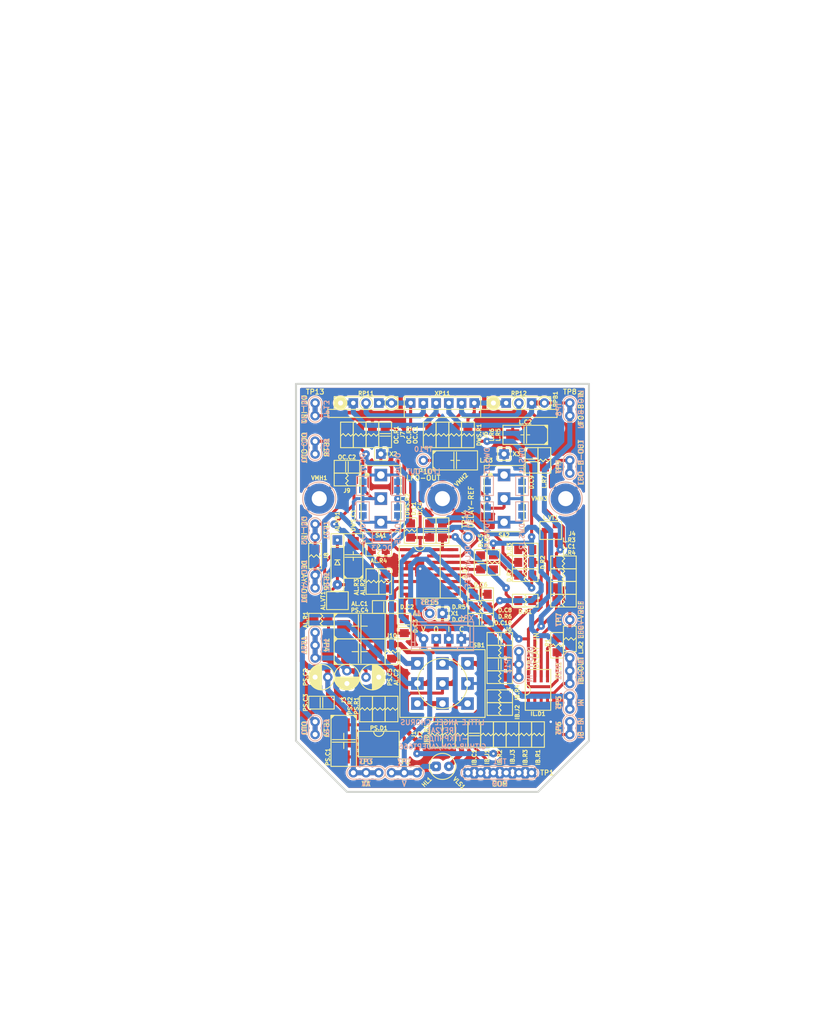
<source format=kicad_pcb>
(kicad_pcb (version 20171130) (host pcbnew 5.1.12-84ad8e8a86~92~ubuntu20.04.1)
  (title_block (title "Little Angel Chorus") (date 2023-08-26) (rev 2A) (company "Igor Ivanov") (comment 1 https://github.com/Adept666) (comment 2 "This project is licensed under GNU General Public License v3.0 or later"))
  (layers (0 F.Cu signal) (31 B.Cu signal) (36 B.SilkS user) (37 F.SilkS user) (38 B.Mask user) (39 F.Mask user) (44 Edge.Cuts user))
  (net 0 "")
  (net 1 COM)
  (net 2 "Net-(HL1-PadC)")
  (net 3 /LED)
  (net 4 V)
  (net 5 "Net-(SB1-PadNC1)")
  (net 6 /WS)
  (net 7 VA)
  (net 8 "Net-(AL.R2-Pad2)")
  (net 9 /AL)
  (net 10 /DELAY-REF)
  (net 11 "Net-(D.C2-Pad2)")
  (net 12 "Net-(D.C3-Pad2)")
  (net 13 "Net-(D.C4-Pad2)")
  (net 14 "Net-(D.C4-Pad1)")
  (net 15 "Net-(D.C5-Pad2)")
  (net 16 "Net-(D.C5-Pad1)")
  (net 17 "Net-(D.C6-Pad2)")
  (net 18 "Net-(D.C6-Pad1)")
  (net 19 "Net-(D.C7-Pad2)")
  (net 20 "Net-(D.C7-Pad1)")
  (net 21 "Net-(D.C8-Pad2)")
  (net 22 "Net-(D.C9-Pad1)")
  (net 23 /DELAY-IN)
  (net 24 "Net-(D.C10-Pad1)")
  (net 25 "Net-(D.D1-Pad5)")
  (net 26 /DELAY-OUT)
  (net 27 "Net-(DWS.C1-Pad-)")
  (net 28 "Net-(DWS.J1-Pad2)")
  (net 29 "Net-(DWS.J2-Pad2)")
  (net 30 "Net-(DWS.J3-Pad2)")
  (net 31 /DEPTH-IN)
  (net 32 "Net-(IB.C1-Pad2)")
  (net 33 /IB-IN)
  (net 34 "Net-(IB.J1-Pad2)")
  (net 35 "Net-(IB.J2-Pad2)")
  (net 36 VREF)
  (net 37 "Net-(IB.R2-Pad2)")
  (net 38 /IB-OUT)
  (net 39 /LFO-VREF)
  (net 40 /CIR-IN)
  (net 41 /IN)
  (net 42 /LFO-B-OUT)
  (net 43 /LFO-B-IN)
  (net 44 /LFO-OUT)
  (net 45 /OC-IN1)
  (net 46 /OC-IN2)
  (net 47 /CIR-OUT)
  (net 48 /OC-OUT)
  (net 49 /OUT)
  (net 50 "Net-(L.R5-Pad2)")
  (net 51 "Net-(OC.C1-Pad1)")
  (net 52 "Net-(OC.J1-Pad2)")
  (net 53 "Net-(OC.J1-Pad1)")
  (net 54 "Net-(OC.J2-Pad2)")
  (net 55 "Net-(IL.D1-Pad7)")
  (net 56 "Net-(IL.D1-Pad6)")
  (net 57 "Net-(DWS.R1-Pad2)")
  (net 58 "Net-(L.R6-Pad2)")
  (module KCL-TH-ML:VMH-STA-DA5 (layer F.Cu) (at 105.41 147.32)
    (fp_text reference VMH2 (at 2.54 -2.54 45) (layer F.SilkS) (effects (font (size 0.8 0.8) (thickness 0.2)) (justify left)))
    (fp_text value X)
    (pad 0 thru_hole circle (at 0 0) (size 6 6) (drill 3) (layers *.Cu *.Mask) (net 1 COM))
  )
  (module KCL-TH-ML:SW-MTS-102-A2-2.5 (layer F.Cu) (at 117.695 147.32)
    (fp_text reference SA2 (at 0 7.3025) (layer F.SilkS) (effects (font (size 0.8 0.8) (thickness 0.2))))
    (fp_text value X)
    (pad NC thru_hole rect (at 0 -4.7) (size 2.5 2.5) (drill 1.5) (layers *.Cu *.Mask) (net 28 "Net-(DWS.J1-Pad2)"))
    (pad COM thru_hole rect (at 0 0) (size 2.5 2.5) (drill 1.5) (layers *.Cu *.Mask) (net 27 "Net-(DWS.C1-Pad-)"))
    (pad NO thru_hole rect (at 0 4.7) (size 2.5 2.5) (drill 1.5) (layers *.Cu *.Mask) (net 29 "Net-(DWS.J2-Pad2)"))
  )
  (module KCL-TH-ML:SW-MTS-102-A2-2.5 (layer F.Cu) (at 93.125 147.32)
    (fp_text reference SA1 (at 0 7.3025) (layer F.SilkS) (effects (font (size 0.8 0.8) (thickness 0.2))))
    (fp_text value X)
    (pad NC thru_hole rect (at 0 -4.7) (size 2.5 2.5) (drill 1.5) (layers *.Cu *.Mask) (net 52 "Net-(OC.J1-Pad2)"))
    (pad COM thru_hole rect (at 0 0) (size 2.5 2.5) (drill 1.5) (layers *.Cu *.Mask) (net 53 "Net-(OC.J1-Pad1)"))
    (pad NO thru_hole rect (at 0 4.7) (size 2.5 2.5) (drill 1.5) (layers *.Cu *.Mask) (net 54 "Net-(OC.J2-Pad2)"))
  )
  (module KCL-VIRTUAL:VFM-1.0-3.0-SL (layer F.Cu) (at 128.27 196.85)
    (fp_text reference VFM3 hide)
    (fp_text value 1.0 hide)
    (pad "" smd circle (at 0 0) (size 1 1) (layers F.Cu F.Mask) (clearance 1.1))
  )
  (module KCL-VIRTUAL:VFM-1.0-3.0-SL (layer F.Cu) (at 128.27 133.35)
    (fp_text reference VFM2 hide)
    (fp_text value 1.0 hide)
    (pad "" smd circle (at 0 0) (size 1 1) (layers F.Cu F.Mask) (clearance 1.1))
  )
  (module KCL-VIRTUAL:VFM-1.0-3.0-SL (layer F.Cu) (at 82.55 133.35)
    (fp_text reference VFM1 hide)
    (fp_text value 1.0 hide)
    (pad "" smd circle (at 0 0) (size 1 1) (layers F.Cu F.Mask) (clearance 1.1))
  )
  (module SBKCL-TH-ML:RPB-1590N1-18-2x17-OR-2x1x17-1.6-PNL-7.4-2.8 (layer F.Cu) (at 105.41 117.04)
    (fp_text reference RPB1 (at 22.5425 12.1825 90) (layer F.SilkS) (effects (font (size 0.8 0.8) (thickness 0.2)) (justify left)))
    (fp_text value B50K-B50K)
    (fp_text user XP11 (at 0 9.325) (layer F.SilkS) (effects (font (size 0.8 0.8) (thickness 0.2))))
    (fp_text user RP11 (at -15.24 9.325) (layer F.SilkS) (effects (font (size 0.8 0.8) (thickness 0.2))))
    (fp_text user RP12 (at 15.24 9.325) (layer F.SilkS) (effects (font (size 0.8 0.8) (thickness 0.2))))
    (pad NC4 thru_hole rect (at 17.78 11.23) (size 1.9 1.9) (drill 0.9) (layers *.Cu *.Mask) (net 43 /LFO-B-IN))
    (pad NC3 thru_hole rect (at 12.7 11.23) (size 1.9 1.9) (drill 0.9) (layers *.Cu *.Mask) (net 50 "Net-(L.R5-Pad2)"))
    (pad NC2 thru_hole rect (at -12.7 11.23) (size 1.9 1.9) (drill 0.9) (layers *.Cu *.Mask) (net 30 "Net-(DWS.J3-Pad2)"))
    (pad NC1 thru_hole rect (at -17.78 11.23) (size 1.9 1.9) (drill 0.9) (layers *.Cu *.Mask) (net 31 /DEPTH-IN))
    (pad 23 thru_hole rect (at 1.27 11.23) (size 1.9 1.9) (drill 0.9) (layers *.Cu *.Mask) (net 43 /LFO-B-IN))
    (pad 13 thru_hole rect (at -6.35 11.23) (size 1.9 1.9) (drill 0.9) (layers *.Cu *.Mask) (net 30 "Net-(DWS.J3-Pad2)"))
    (pad 11 thru_hole rect (at -1.27 11.23) (size 1.9 1.9) (drill 0.9) (layers *.Cu *.Mask) (net 31 /DEPTH-IN))
    (pad 12 thru_hole rect (at -3.81 11.23) (size 1.9 1.9) (drill 0.9) (layers *.Cu *.Mask) (net 57 "Net-(DWS.R1-Pad2)"))
    (pad 22 thru_hole rect (at 3.81 11.23) (size 1.9 1.9) (drill 0.9) (layers *.Cu *.Mask) (net 58 "Net-(L.R6-Pad2)"))
    (pad 21 thru_hole rect (at 6.35 11.23) (size 1.9 1.9) (drill 0.9) (layers *.Cu *.Mask) (net 50 "Net-(L.R5-Pad2)"))
    (pad 13 thru_hole circle (at -10.16 11.23) (size 1.9 1.9) (drill 1) (layers *.Cu *.Mask) (net 30 "Net-(DWS.J3-Pad2)"))
    (pad 12 thru_hole circle (at -15.24 11.23) (size 1.9 1.9) (drill 1) (layers *.Cu *.Mask) (net 57 "Net-(DWS.R1-Pad2)"))
    (pad 11 thru_hole circle (at -20.32 11.23) (size 1.9 1.9) (drill 1) (layers *.Cu *.Mask) (net 31 /DEPTH-IN))
    (pad 23 thru_hole circle (at 20.32 11.23) (size 1.9 1.9) (drill 1) (layers *.Cu *.Mask) (net 43 /LFO-B-IN))
    (pad 22 thru_hole circle (at 15.24 11.23) (size 1.9 1.9) (drill 1) (layers *.Cu *.Mask) (net 58 "Net-(L.R6-Pad2)"))
    (pad 21 thru_hole circle (at 10.16 11.23) (size 1.9 1.9) (drill 1) (layers *.Cu *.Mask) (net 50 "Net-(L.R5-Pad2)"))
  )
  (module KCL-SM:J-SB-0805-2 (layer B.Cu) (at 96.52 149.86 90)
    (fp_text reference OC.J5 (at -2.2225 0 90) (layer B.SilkS) (effects (font (thickness 0.2)) (justify left mirror)))
    (fp_text value OC.J5)
    (pad 1 smd rect (at -0.8 0 90) (size 1.3 1.5) (layers B.Cu B.Mask) (net 54 "Net-(OC.J2-Pad2)"))
    (pad 2 smd rect (at 0.8 0 90) (size 1.3 1.5) (layers B.Cu B.Mask) (net 51 "Net-(OC.C1-Pad1)"))
  )
  (module KCL-SM:J-SB-0805-2 (layer B.Cu) (at 96.52 144.78 270)
    (fp_text reference OC.J4 (at -2.2225 0 270) (layer B.SilkS) (effects (font (thickness 0.2)) (justify right mirror)))
    (fp_text value OC.J4)
    (pad 2 smd rect (at 0.8 0 270) (size 1.3 1.5) (layers B.Cu B.Mask) (net 51 "Net-(OC.C1-Pad1)"))
    (pad 1 smd rect (at -0.8 0 270) (size 1.3 1.5) (layers B.Cu B.Mask) (net 52 "Net-(OC.J1-Pad2)"))
  )
  (module KCL-SM:J-SB-0805-2 (layer B.Cu) (at 93.345 154.94)
    (fp_text reference OC.J3 (at 0 2.2225 180) (layer B.SilkS) (effects (font (thickness 0.2)) (justify mirror)))
    (fp_text value OC.J3)
    (pad 1 smd rect (at -0.8 0) (size 1.3 1.5) (layers B.Cu B.Mask) (net 53 "Net-(OC.J1-Pad1)"))
    (pad 2 smd rect (at 0.8 0) (size 1.3 1.5) (layers B.Cu B.Mask) (net 51 "Net-(OC.C1-Pad1)"))
  )
  (module KCL-SM:J-SB-0805-2 (layer B.Cu) (at 89.535 149.86 270)
    (fp_text reference OC.J2 (at 2.2225 0 270) (layer B.SilkS) (effects (font (thickness 0.2)) (justify left mirror)))
    (fp_text value OC.J2)
    (pad 1 smd rect (at -0.8 0 270) (size 1.3 1.5) (layers B.Cu B.Mask) (net 53 "Net-(OC.J1-Pad1)"))
    (pad 2 smd rect (at 0.8 0 270) (size 1.3 1.5) (layers B.Cu B.Mask) (net 54 "Net-(OC.J2-Pad2)"))
  )
  (module KCL-SM:J-SB-0805-2 (layer B.Cu) (at 89.535 144.78 90)
    (fp_text reference OC.J1 (at 2.2225 0 90) (layer B.SilkS) (effects (font (thickness 0.2)) (justify right mirror)))
    (fp_text value OC.J1)
    (pad 1 smd rect (at -0.8 0 90) (size 1.3 1.5) (layers B.Cu B.Mask) (net 53 "Net-(OC.J1-Pad1)"))
    (pad 2 smd rect (at 0.8 0 90) (size 1.3 1.5) (layers B.Cu B.Mask) (net 52 "Net-(OC.J1-Pad2)"))
  )
  (module KCL-SM:J-SB-0805-2 (layer B.Cu) (at 114.3 149.86 90)
    (fp_text reference DWS.J4 (at -2.2225 0 90) (layer B.SilkS) (effects (font (thickness 0.2)) (justify left mirror)))
    (fp_text value DWS.J4)
    (pad 2 smd rect (at 0.8 0 90) (size 1.3 1.5) (layers B.Cu B.Mask) (net 30 "Net-(DWS.J3-Pad2)"))
    (pad 1 smd rect (at -0.8 0 90) (size 1.3 1.5) (layers B.Cu B.Mask) (net 29 "Net-(DWS.J2-Pad2)"))
  )
  (module KCL-SM:J-SB-0805-2 (layer B.Cu) (at 114.3 144.78 270)
    (fp_text reference DWS.J3 (at -2.2225 0 270) (layer B.SilkS) (effects (font (thickness 0.2)) (justify right mirror)))
    (fp_text value DWS.J3)
    (pad 2 smd rect (at 0.8 0 270) (size 1.3 1.5) (layers B.Cu B.Mask) (net 30 "Net-(DWS.J3-Pad2)"))
    (pad 1 smd rect (at -0.8 0 270) (size 1.3 1.5) (layers B.Cu B.Mask) (net 28 "Net-(DWS.J1-Pad2)"))
  )
  (module KCL-SM:J-SB-0805-2 (layer B.Cu) (at 121.285 149.86 270)
    (fp_text reference DWS.J2 (at 2.2225 0 270) (layer B.SilkS) (effects (font (thickness 0.2)) (justify left mirror)))
    (fp_text value DWS.J2)
    (pad 2 smd rect (at 0.8 0 270) (size 1.3 1.5) (layers B.Cu B.Mask) (net 29 "Net-(DWS.J2-Pad2)"))
    (pad 1 smd rect (at -0.8 0 270) (size 1.3 1.5) (layers B.Cu B.Mask) (net 27 "Net-(DWS.C1-Pad-)"))
  )
  (module KCL-SM:J-SB-0805-2 (layer B.Cu) (at 121.285 144.78 90)
    (fp_text reference DWS.J1 (at 2.2225 0 90) (layer B.SilkS) (effects (font (thickness 0.2)) (justify right mirror)))
    (fp_text value DWS.J1)
    (pad 1 smd rect (at -0.8 0 90) (size 1.3 1.5) (layers B.Cu B.Mask) (net 27 "Net-(DWS.C1-Pad-)"))
    (pad 2 smd rect (at 0.8 0 90) (size 1.3 1.5) (layers B.Cu B.Mask) (net 28 "Net-(DWS.J1-Pad2)"))
  )
  (module KCL-TH-ML:TP-2-1.0-1.9 (layer F.Cu) (at 80.01 193.04 270)
    (fp_text reference TP19 (at 0 -2.2225 270 unlocked) (layer F.SilkS) (effects (font (thickness 0.2))))
    (fp_text value OUT (at 0 2.2225 270 unlocked) (layer F.SilkS) (effects (font (thickness 0.2))))
    (fp_text user %R (at 0 -2.2225 270 unlocked) (layer B.SilkS) (effects (font (thickness 0.2)) (justify mirror)))
    (fp_text user %V (at 0 2.2225 270 unlocked) (layer B.SilkS) (effects (font (thickness 0.2)) (justify mirror)))
    (pad 1 thru_hole circle (at -1.27 0 270) (size 1.9 1.9) (drill 1) (layers *.Cu *.Mask) (net 49 /OUT))
    (pad 1 thru_hole circle (at 1.27 0 270) (size 1.9 1.9) (drill 1) (layers *.Cu *.Mask) (net 49 /OUT))
  )
  (module KCL-TH-ML:TP-2-1.0-1.9 (layer F.Cu) (at 80.01 137.16 270)
    (fp_text reference TP18 (at 0 -2.2225 270 unlocked) (layer F.SilkS) (effects (font (thickness 0.2))))
    (fp_text value OC-OUT (at 0 2.2225 270 unlocked) (layer F.SilkS) (effects (font (thickness 0.2))))
    (fp_text user %V (at 0 2.2225 270 unlocked) (layer B.SilkS) (effects (font (thickness 0.2)) (justify mirror)))
    (fp_text user %R (at 0 -2.2225 270 unlocked) (layer B.SilkS) (effects (font (thickness 0.2)) (justify mirror)))
    (pad 1 thru_hole circle (at 1.27 0 270) (size 1.9 1.9) (drill 1) (layers *.Cu *.Mask) (net 48 /OC-OUT))
    (pad 1 thru_hole circle (at -1.27 0 270) (size 1.9 1.9) (drill 1) (layers *.Cu *.Mask) (net 48 /OC-OUT))
  )
  (module KCL-TH-ML:TP-2-1.0-1.9 (layer F.Cu) (at 80.01 153.67 270)
    (fp_text reference TP17 (at 0 -2.2225 270 unlocked) (layer F.SilkS) (effects (font (thickness 0.2))))
    (fp_text value OC-IN2 (at 0 2.2225 270 unlocked) (layer F.SilkS) (effects (font (thickness 0.2))))
    (fp_text user %V (at 0 2.2225 270 unlocked) (layer B.SilkS) (effects (font (thickness 0.2)) (justify mirror)))
    (fp_text user %R (at 0 -2.2225 270 unlocked) (layer B.SilkS) (effects (font (thickness 0.2)) (justify mirror)))
    (pad 1 thru_hole circle (at 1.27 0 270) (size 1.9 1.9) (drill 1) (layers *.Cu *.Mask) (net 46 /OC-IN2))
    (pad 1 thru_hole circle (at -1.27 0 270) (size 1.9 1.9) (drill 1) (layers *.Cu *.Mask) (net 46 /OC-IN2))
  )
  (module KCL-TH-ML:TP-2-1.0-1.9 (layer F.Cu) (at 80.01 163.83 270)
    (fp_text reference TP16 (at 0 -2.2225 270 unlocked) (layer F.SilkS) (effects (font (thickness 0.2))))
    (fp_text value DELAY-OUT (at 0 2.2225 270 unlocked) (layer F.SilkS) (effects (font (thickness 0.2))))
    (fp_text user %V (at 0 2.2225 270 unlocked) (layer B.SilkS) (effects (font (thickness 0.2)) (justify mirror)))
    (fp_text user %R (at 0 -2.2225 270 unlocked) (layer B.SilkS) (effects (font (thickness 0.2)) (justify mirror)))
    (pad 1 thru_hole circle (at 1.27 0 270) (size 1.9 1.9) (drill 1) (layers *.Cu *.Mask) (net 26 /DELAY-OUT))
    (pad 1 thru_hole circle (at -1.27 0 270) (size 1.9 1.9) (drill 1) (layers *.Cu *.Mask) (net 26 /DELAY-OUT))
  )
  (module KCL-TH-ML:TP-1-1.0-1.9 (layer F.Cu) (at 102.87 170.18)
    (fp_text reference TP15 (at 0 -2.2225 unlocked) (layer F.SilkS) (effects (font (thickness 0.2))))
    (fp_text value AL (at -1.5875 0 unlocked) (layer F.SilkS) (effects (font (thickness 0.2)) (justify right)))
    (fp_text user %V (at -1.5875 0 unlocked) (layer B.SilkS) (effects (font (thickness 0.2)) (justify left mirror)))
    (fp_text user %R (at 0 -2.2225 unlocked) (layer B.SilkS) (effects (font (thickness 0.2)) (justify mirror)))
    (pad 1 thru_hole circle (at 0 0) (size 1.9 1.9) (drill 1) (layers *.Cu *.Mask) (net 9 /AL))
  )
  (module KCL-TH-ML:TP-1-1.0-1.9 (layer F.Cu) (at 110.49 154.94 90)
    (fp_text reference TP14 (at 1.5875 -0.635 90 unlocked) (layer F.SilkS) (effects (font (thickness 0.2)) (justify left)))
    (fp_text value DELAY-REF (at 1.5875 0.635 90 unlocked) (layer F.SilkS) (effects (font (thickness 0.2)) (justify left)))
    (fp_text user %V (at -1.5875 0 90 unlocked) (layer B.SilkS) (effects (font (thickness 0.2)) (justify left mirror)))
    (fp_text user %R (at 1.5875 0 90 unlocked) (layer B.SilkS) (effects (font (thickness 0.2)) (justify right mirror)))
    (pad 1 thru_hole circle (at 0 0 90) (size 1.9 1.9) (drill 1) (layers *.Cu *.Mask) (net 10 /DELAY-REF))
  )
  (module KCL-TH-ML:TP-2-1.0-1.9 (layer F.Cu) (at 80.01 129.54 270)
    (fp_text reference TP13 (at -3.4925 0 unlocked) (layer F.SilkS) (effects (font (thickness 0.2))))
    (fp_text value OC-IN1 (at 0 2.2225 270 unlocked) (layer F.SilkS) (effects (font (thickness 0.2))))
    (fp_text user %R (at 0 -2.2225 270 unlocked) (layer B.SilkS) (effects (font (thickness 0.2)) (justify mirror)))
    (fp_text user %V (at 0 2.2225 270 unlocked) (layer B.SilkS) (effects (font (thickness 0.2)) (justify mirror)))
    (pad 1 thru_hole circle (at -1.27 0 270) (size 1.9 1.9) (drill 1) (layers *.Cu *.Mask) (net 45 /OC-IN1))
    (pad 1 thru_hole circle (at 1.27 0 270) (size 1.9 1.9) (drill 1) (layers *.Cu *.Mask) (net 45 /OC-IN1))
  )
  (module KCL-TH-ML:TP-3-1.0-1.9 (layer F.Cu) (at 120.65 180.34 90)
    (fp_text reference TP12 (at -0.9525 2.2225 90 unlocked) (layer F.SilkS) (effects (font (thickness 0.2)) (justify left)))
    (fp_text value DELAY-IN (at -0.9525 3.4925 90 unlocked) (layer F.SilkS) (effects (font (thickness 0.2)) (justify left)))
    (fp_text user %V (at 0 2.2225 90 unlocked) (layer B.SilkS) (effects (font (thickness 0.2)) (justify mirror)))
    (fp_text user %R (at 0 -2.2225 90 unlocked) (layer B.SilkS) (effects (font (thickness 0.2)) (justify mirror)))
    (pad 1 thru_hole circle (at 2.54 0 90) (size 1.9 1.9) (drill 1) (layers *.Cu *.Mask) (net 23 /DELAY-IN))
    (pad 1 thru_hole circle (at 0 0 90) (size 1.9 1.9) (drill 1) (layers *.Cu *.Mask) (net 23 /DELAY-IN))
    (pad 1 thru_hole circle (at -2.54 0 90) (size 1.9 1.9) (drill 1) (layers *.Cu *.Mask) (net 23 /DELAY-IN))
  )
  (module KCL-TH-ML:TP-3-1.0-1.9 (layer F.Cu) (at 130.81 181.61 90)
    (fp_text reference TP11 (at 0 -2.2225 90 unlocked) (layer F.SilkS) (effects (font (thickness 0.2))))
    (fp_text value IB-OUT (at 0 2.2225 90 unlocked) (layer F.SilkS) (effects (font (thickness 0.2))))
    (fp_text user %R (at 0 -2.2225 90 unlocked) (layer B.SilkS) (effects (font (thickness 0.2)) (justify mirror)))
    (fp_text user %V (at 0 2.2225 90 unlocked) (layer B.SilkS) (effects (font (thickness 0.2)) (justify mirror)))
    (pad 1 thru_hole circle (at -2.54 0 90) (size 1.9 1.9) (drill 1) (layers *.Cu *.Mask) (net 38 /IB-OUT))
    (pad 1 thru_hole circle (at 0 0 90) (size 1.9 1.9) (drill 1) (layers *.Cu *.Mask) (net 38 /IB-OUT))
    (pad 1 thru_hole circle (at 2.54 0 90) (size 1.9 1.9) (drill 1) (layers *.Cu *.Mask) (net 38 /IB-OUT))
  )
  (module KCL-TH-ML:TP-1-1.0-1.9 (layer F.Cu) (at 101.6 139.7)
    (fp_text reference TP10 (at 0 2.2225 unlocked) (layer F.SilkS) (effects (font (thickness 0.2))))
    (fp_text value LFO-OUT (at 0 3.4925 unlocked) (layer F.SilkS) (effects (font (thickness 0.2))))
    (fp_text user %R (at 0 -2.2225 unlocked) (layer B.SilkS) (effects (font (thickness 0.2)) (justify mirror)))
    (fp_text user %V (at 0 2.2225 unlocked) (layer B.SilkS) (effects (font (thickness 0.2)) (justify mirror)))
    (pad 1 thru_hole circle (at 0 0) (size 1.9 1.9) (drill 1) (layers *.Cu *.Mask) (net 44 /LFO-OUT))
  )
  (module KCL-TH-ML:TP-2-1.0-1.9 (layer F.Cu) (at 130.81 140.97 90)
    (fp_text reference TP9 (at 0 -2.2225 90 unlocked) (layer F.SilkS) (effects (font (thickness 0.2))))
    (fp_text value LFO-B-OUT (at -3.81 2.2225 90 unlocked) (layer F.SilkS) (effects (font (thickness 0.2)) (justify left)))
    (fp_text user %R (at 0 -2.2225 90 unlocked) (layer B.SilkS) (effects (font (thickness 0.2)) (justify mirror)))
    (fp_text user %V (at -3.81 2.2225 90 unlocked) (layer B.SilkS) (effects (font (thickness 0.2)) (justify right mirror)))
    (pad 1 thru_hole circle (at -1.27 0 90) (size 1.9 1.9) (drill 1) (layers *.Cu *.Mask) (net 42 /LFO-B-OUT))
    (pad 1 thru_hole circle (at 1.27 0 90) (size 1.9 1.9) (drill 1) (layers *.Cu *.Mask) (net 42 /LFO-B-OUT))
  )
  (module KCL-TH-ML:TP-2-1.0-1.9 (layer F.Cu) (at 130.81 129.54 90)
    (fp_text reference TP8 (at 3.4925 0 unlocked) (layer F.SilkS) (effects (font (thickness 0.2))))
    (fp_text value LFO-B-IN (at 0 2.2225 90 unlocked) (layer F.SilkS) (effects (font (thickness 0.2))))
    (fp_text user %V (at 0 2.2225 90 unlocked) (layer B.SilkS) (effects (font (thickness 0.2)) (justify mirror)))
    (fp_text user %R (at 0 -2.2225 90 unlocked) (layer B.SilkS) (effects (font (thickness 0.2)) (justify mirror)))
    (pad 1 thru_hole circle (at 1.27 0 90) (size 1.9 1.9) (drill 1) (layers *.Cu *.Mask) (net 43 /LFO-B-IN))
    (pad 1 thru_hole circle (at -1.27 0 90) (size 1.9 1.9) (drill 1) (layers *.Cu *.Mask) (net 43 /LFO-B-IN))
  )
  (module KCL-TH-ML:TP-1-1.0-1.9 (layer F.Cu) (at 130.81 171.45 90)
    (fp_text reference TP7 (at 0 -2.2225 90 unlocked) (layer F.SilkS) (effects (font (thickness 0.2))))
    (fp_text value LFO-VREF (at 0 2.2225 90 unlocked) (layer F.SilkS) (effects (font (thickness 0.2))))
    (fp_text user %R (at 0 -2.2225 90 unlocked) (layer B.SilkS) (effects (font (thickness 0.2)) (justify mirror)))
    (fp_text user %V (at 0 2.2225 90 unlocked) (layer B.SilkS) (effects (font (thickness 0.2)) (justify mirror)))
    (pad 1 thru_hole circle (at 0 0 90) (size 1.9 1.9) (drill 1) (layers *.Cu *.Mask) (net 39 /LFO-VREF))
  )
  (module KCL-TH-ML:TP-2-1.0-1.9 (layer F.Cu) (at 130.81 193.04 90)
    (fp_text reference TP6 (at 0 -2.2225 90 unlocked) (layer F.SilkS) (effects (font (thickness 0.2))))
    (fp_text value IB-IN (at 0 2.2225 90 unlocked) (layer F.SilkS) (effects (font (thickness 0.2))))
    (fp_text user %R (at 0 -2.2225 90 unlocked) (layer B.SilkS) (effects (font (thickness 0.2)) (justify mirror)))
    (fp_text user %V (at 0 2.2225 90 unlocked) (layer B.SilkS) (effects (font (thickness 0.2)) (justify mirror)))
    (pad 1 thru_hole circle (at -1.27 0 90) (size 1.9 1.9) (drill 1) (layers *.Cu *.Mask) (net 33 /IB-IN))
    (pad 1 thru_hole circle (at 1.27 0 90) (size 1.9 1.9) (drill 1) (layers *.Cu *.Mask) (net 33 /IB-IN))
  )
  (module KCL-TH-ML:TP-2-1.0-1.9 (layer F.Cu) (at 130.81 187.96 90)
    (fp_text reference TP5 (at 0 -2.2225 90 unlocked) (layer F.SilkS) (effects (font (thickness 0.2))))
    (fp_text value IN (at 0 2.2225 90 unlocked) (layer F.SilkS) (effects (font (thickness 0.2))))
    (fp_text user %R (at 0 -2.2225 90 unlocked) (layer B.SilkS) (effects (font (thickness 0.2)) (justify mirror)))
    (fp_text user %V (at 0 2.2225 90 unlocked) (layer B.SilkS) (effects (font (thickness 0.2)) (justify mirror)))
    (pad 1 thru_hole circle (at -1.27 0 90) (size 1.9 1.9) (drill 1) (layers *.Cu *.Mask) (net 41 /IN))
    (pad 1 thru_hole circle (at 1.27 0 90) (size 1.9 1.9) (drill 1) (layers *.Cu *.Mask) (net 41 /IN))
  )
  (module KCL-TH-ML:TP-3-1.0-1.9 (layer F.Cu) (at 80.01 176.53 270)
    (fp_text reference TP4 (at 0 -2.2225 270 unlocked) (layer F.SilkS) (effects (font (thickness 0.2))))
    (fp_text value VREF (at 0 2.2225 270 unlocked) (layer F.SilkS) (effects (font (thickness 0.2))))
    (fp_text user %V (at 0 2.2225 270 unlocked) (layer B.SilkS) (effects (font (thickness 0.2)) (justify mirror)))
    (fp_text user %R (at 0 -2.2225 270 unlocked) (layer B.SilkS) (effects (font (thickness 0.2)) (justify mirror)))
    (pad 1 thru_hole circle (at 2.54 0 270) (size 1.9 1.9) (drill 1) (layers *.Cu *.Mask) (net 36 VREF))
    (pad 1 thru_hole circle (at 0 0 270) (size 1.9 1.9) (drill 1) (layers *.Cu *.Mask) (net 36 VREF))
    (pad 1 thru_hole circle (at -2.54 0 270) (size 1.9 1.9) (drill 1) (layers *.Cu *.Mask) (net 36 VREF))
  )
  (module KCL-TH-ML:TP-3-1.0-1.9 (layer F.Cu) (at 90.17 201.93)
    (fp_text reference TP3 (at 0 -2.2225 unlocked) (layer F.SilkS) (effects (font (thickness 0.2))))
    (fp_text value VA (at 0 2.2225 unlocked) (layer F.SilkS) (effects (font (thickness 0.2))))
    (fp_text user %V (at 0 2.2225 unlocked) (layer B.SilkS) (effects (font (thickness 0.2)) (justify mirror)))
    (fp_text user %R (at 0 -2.2225 unlocked) (layer B.SilkS) (effects (font (thickness 0.2)) (justify mirror)))
    (pad 1 thru_hole circle (at 2.54 0) (size 1.9 1.9) (drill 1) (layers *.Cu *.Mask) (net 7 VA))
    (pad 1 thru_hole circle (at 0 0) (size 1.9 1.9) (drill 1) (layers *.Cu *.Mask) (net 7 VA))
    (pad 1 thru_hole circle (at -2.54 0) (size 1.9 1.9) (drill 1) (layers *.Cu *.Mask) (net 7 VA))
  )
  (module KCL-TH-ML:TP-3-1.0-1.9 (layer F.Cu) (at 97.79 201.93)
    (fp_text reference TP2 (at 0 -2.2225 unlocked) (layer F.SilkS) (effects (font (thickness 0.2))))
    (fp_text value V (at 0 2.2225 unlocked) (layer F.SilkS) (effects (font (thickness 0.2))))
    (fp_text user %V (at 0 2.2225 unlocked) (layer B.SilkS) (effects (font (thickness 0.2)) (justify mirror)))
    (fp_text user %R (at 0 -2.2225 unlocked) (layer B.SilkS) (effects (font (thickness 0.2)) (justify mirror)))
    (pad 1 thru_hole circle (at 2.54 0) (size 1.9 1.9) (drill 1) (layers *.Cu *.Mask) (net 4 V))
    (pad 1 thru_hole circle (at 0 0) (size 1.9 1.9) (drill 1) (layers *.Cu *.Mask) (net 4 V))
    (pad 1 thru_hole circle (at -2.54 0) (size 1.9 1.9) (drill 1) (layers *.Cu *.Mask) (net 4 V))
  )
  (module KCL-TH-ML:TP-6-1.0-1.9 (layer F.Cu) (at 116.84 201.93)
    (fp_text reference TP1 (at 7.9375 0 unlocked) (layer F.SilkS) (effects (font (thickness 0.2)) (justify left)))
    (fp_text value COM (at 0 2.2225 unlocked) (layer F.SilkS) (effects (font (thickness 0.2))))
    (fp_text user %R (at 0 -2.2225 unlocked) (layer B.SilkS) (effects (font (thickness 0.2)) (justify mirror)))
    (fp_text user %V (at 0 2.2225 unlocked) (layer B.SilkS) (effects (font (thickness 0.2)) (justify mirror)))
    (pad 1 thru_hole circle (at -6.35 0) (size 1.9 1.9) (drill 1) (layers *.Cu *.Mask) (net 1 COM))
    (pad 1 thru_hole circle (at -3.81 0) (size 1.9 1.9) (drill 1) (layers *.Cu *.Mask) (net 1 COM))
    (pad 1 thru_hole circle (at -1.27 0) (size 1.9 1.9) (drill 1) (layers *.Cu *.Mask) (net 1 COM))
    (pad 1 thru_hole circle (at 1.27 0) (size 1.9 1.9) (drill 1) (layers *.Cu *.Mask) (net 1 COM))
    (pad 1 thru_hole circle (at 3.81 0) (size 1.9 1.9) (drill 1) (layers *.Cu *.Mask) (net 1 COM))
    (pad 1 thru_hole circle (at 6.35 0) (size 1.9 1.9) (drill 1) (layers *.Cu *.Mask) (net 1 COM))
  )
  (module KCL-SM:R-SM-1206 (layer F.Cu) (at 92.71 189.23 90)
    (fp_text reference PS.R2 (at 2.54 -5.715 90) (layer F.SilkS) (effects (font (size 0.8 0.8) (thickness 0.2)) (justify right)))
    (fp_text value 103)
    (pad 1 smd rect (at -1.4 0 90) (size 1.6 1.8) (layers F.Cu F.Mask) (net 1 COM))
    (pad 2 smd rect (at 1.4 0 90) (size 1.6 1.8) (layers F.Cu F.Mask) (net 36 VREF))
  )
  (module KCL-SM:R-SM-1206 (layer F.Cu) (at 95.25 189.23 270)
    (fp_text reference PS.R1 (at -2.54 6.985 270) (layer F.SilkS) (effects (font (size 0.8 0.8) (thickness 0.2)) (justify right)))
    (fp_text value 103)
    (pad 2 smd rect (at 1.4 0 270) (size 1.6 1.8) (layers F.Cu F.Mask) (net 4 V))
    (pad 1 smd rect (at -1.4 0 270) (size 1.6 1.8) (layers F.Cu F.Mask) (net 36 VREF))
  )
  (module KCL-SM:P-SO-08-OUT-GND-GND-NC-NC-GND-GND-IN (layer F.Cu) (at 92.71 196.215)
    (fp_text reference PS.D1 (at 0 -3.175) (layer F.SilkS) (effects (font (size 0.8 0.8) (thickness 0.2))))
    (fp_text value 78L05)
    (pad IN smd rect (at 2.6 -1.905) (size 2.2 0.6) (layers F.Cu F.Mask) (net 4 V))
    (pad GND smd rect (at 2.6 -0.635) (size 2.2 0.6) (layers F.Cu F.Mask) (net 1 COM))
    (pad GND smd rect (at 2.6 0.635) (size 2.2 0.6) (layers F.Cu F.Mask) (net 1 COM))
    (pad NC smd rect (at 2.6 1.905) (size 2.2 0.6) (layers F.Cu F.Mask) (net 1 COM))
    (pad NC smd rect (at -2.6 1.905) (size 2.2 0.6) (layers F.Cu F.Mask) (net 1 COM))
    (pad GND smd rect (at -2.6 0.635) (size 2.2 0.6) (layers F.Cu F.Mask) (net 1 COM))
    (pad GND smd rect (at -2.6 -0.635) (size 2.2 0.6) (layers F.Cu F.Mask) (net 1 COM))
    (pad OUT smd rect (at -2.6 -1.905) (size 2.2 0.6) (layers F.Cu F.Mask) (net 7 VA))
  )
  (module KCL-TH-ML:CP-RADIAL-D05.0-P02.0-CLS (layer F.Cu) (at 86.36 182.88 270)
    (fp_text reference PS.C5 (at 0 -8.5725 270) (layer F.SilkS) (effects (font (size 0.8 0.8) (thickness 0.2))))
    (fp_text value 476)
    (pad - thru_hole roundrect (at 1.27 0 270) (size 1.9 1.9) (drill 1) (layers *.Cu *.Mask) (roundrect_rratio 0.3) (net 1 COM))
    (pad + thru_hole circle (at -1.27 0 270) (size 1.9 1.9) (drill 1) (layers *.Cu *.Mask) (net 36 VREF))
  )
  (module KCL-SM:CP-CTSMD-D (layer F.Cu) (at 88.9 177.8)
    (fp_text reference PS.C4 (at 0 -8.255) (layer F.SilkS) (effects (font (size 0.8 0.8) (thickness 0.2))))
    (fp_text value 476)
    (pad - smd rect (at 3.2 0) (size 2.6 2.4) (layers F.Cu F.Mask) (net 1 COM))
    (pad + smd rect (at -3.2 0) (size 2.6 2.4) (layers F.Cu F.Mask) (net 36 VREF))
  )
  (module KCL-SM:C-SM-1206 (layer F.Cu) (at 81.28 187.96 180)
    (fp_text reference PS.C3 (at 3.175 0 270) (layer F.SilkS) (effects (font (size 0.8 0.8) (thickness 0.2))))
    (fp_text value 104)
    (pad 2 smd rect (at 1.4 0 180) (size 1.6 1.8) (layers F.Cu F.Mask) (net 1 COM))
    (pad 1 smd rect (at -1.4 0 180) (size 1.6 1.8) (layers F.Cu F.Mask) (net 7 VA))
  )
  (module KCL-TH-ML:CP-RADIAL-D05.0-P02.0-CLS (layer F.Cu) (at 81.28 182.88 180)
    (fp_text reference PS.C2 (at 3.175 0 270) (layer F.SilkS) (effects (font (size 0.8 0.8) (thickness 0.2))))
    (fp_text value 476)
    (pad - thru_hole roundrect (at 1.27 0 180) (size 1.9 1.9) (drill 1) (layers *.Cu *.Mask) (roundrect_rratio 0.3) (net 1 COM))
    (pad + thru_hole circle (at -1.27 0 180) (size 1.9 1.9) (drill 1) (layers *.Cu *.Mask) (net 7 VA))
  )
  (module KCL-SM:CP-CTSMD-D (layer F.Cu) (at 85.725 195.58 270)
    (fp_text reference PS.C1 (at 5.08 3.175 270) (layer F.SilkS) (effects (font (size 0.8 0.8) (thickness 0.2)) (justify left)))
    (fp_text value 476)
    (pad + smd rect (at -3.2 0 270) (size 2.6 2.4) (layers F.Cu F.Mask) (net 7 VA))
    (pad - smd rect (at 3.2 0 270) (size 2.6 2.4) (layers F.Cu F.Mask) (net 1 COM))
  )
  (module KCL-SM:R-SM-1206 (layer F.Cu) (at 91.44 134.62 270)
    (fp_text reference OC.R2 (at 0 -7.3025 270) (layer F.SilkS) (effects (font (size 0.8 0.8) (thickness 0.2))))
    (fp_text value 104)
    (pad 2 smd rect (at 1.4 0 270) (size 1.6 1.8) (layers F.Cu F.Mask) (net 48 /OC-OUT))
    (pad 1 smd rect (at -1.4 0 270) (size 1.6 1.8) (layers F.Cu F.Mask) (net 1 COM))
  )
  (module KCL-SM:R-SM-1206 (layer F.Cu) (at 86.36 134.62 270)
    (fp_text reference OC.R1 (at 0 -9.8425 270) (layer F.SilkS) (effects (font (size 0.8 0.8) (thickness 0.2))))
    (fp_text value 103)
    (pad 2 smd rect (at 1.4 0 270) (size 1.6 1.8) (layers F.Cu F.Mask) (net 53 "Net-(OC.J1-Pad1)"))
    (pad 1 smd rect (at -1.4 0 270) (size 1.6 1.8) (layers F.Cu F.Mask) (net 45 /OC-IN1))
  )
  (module KCL-SM:C-SM-1206 (layer F.Cu) (at 86.36 140.97 180)
    (fp_text reference OC.C2 (at 0 1.905) (layer F.SilkS) (effects (font (size 0.8 0.8) (thickness 0.2))))
    (fp_text value 104)
    (pad 2 smd rect (at 1.4 0 180) (size 1.6 1.8) (layers F.Cu F.Mask) (net 48 /OC-OUT))
    (pad 1 smd rect (at -1.4 0 180) (size 1.6 1.8) (layers F.Cu F.Mask) (net 46 /OC-IN2))
  )
  (module KCL-SM:C-SM-1206 (layer F.Cu) (at 93.98 134.62 270)
    (fp_text reference OC.C1 (at 0 -6.0325 270) (layer F.SilkS) (effects (font (size 0.8 0.8) (thickness 0.2))))
    (fp_text value 104)
    (pad 2 smd rect (at 1.4 0 270) (size 1.6 1.8) (layers F.Cu F.Mask) (net 48 /OC-OUT))
    (pad 1 smd rect (at -1.4 0 270) (size 1.6 1.8) (layers F.Cu F.Mask) (net 51 "Net-(OC.C1-Pad1)"))
  )
  (module KCL-SM:P-SOT-23-B-E-C (layer F.Cu) (at 127 153.67 90)
    (fp_text reference L.VT1 (at 2.54 0 180) (layer F.SilkS) (effects (font (size 0.8 0.8) (thickness 0.2))))
    (fp_text value 3904)
    (pad B smd rect (at -0.95 1.1 90) (size 1 1.4) (layers F.Cu F.Mask) (net 43 /LFO-B-IN))
    (pad E smd rect (at 0.95 1.1 90) (size 1 1.4) (layers F.Cu F.Mask) (net 42 /LFO-B-OUT))
    (pad C smd rect (at 0 -1.1 90) (size 1 1.4) (layers F.Cu F.Mask) (net 4 V))
  )
  (module KCL-SM:R-SM-1206 (layer F.Cu) (at 125.73 139.7 270)
    (fp_text reference L.R7 (at 2.8575 0 270) (layer F.SilkS) (effects (font (size 0.8 0.8) (thickness 0.2)) (justify right)))
    (fp_text value 103)
    (pad 1 smd rect (at -1.4 0 270) (size 1.6 1.8) (layers F.Cu F.Mask) (net 1 COM))
    (pad 2 smd rect (at 1.4 0 270) (size 1.6 1.8) (layers F.Cu F.Mask) (net 42 /LFO-B-OUT))
  )
  (module KCL-SM:R-SM-1206 (layer F.Cu) (at 107.95 134.62 90)
    (fp_text reference L.R6 (at 0 7.3025 90) (layer F.SilkS) (effects (font (size 0.8 0.8) (thickness 0.2))))
    (fp_text value 0)
    (pad 2 smd rect (at 1.4 0 90) (size 1.6 1.8) (layers F.Cu F.Mask) (net 58 "Net-(L.R6-Pad2)"))
    (pad 1 smd rect (at -1.4 0 90) (size 1.6 1.8) (layers F.Cu F.Mask) (net 50 "Net-(L.R5-Pad2)"))
  )
  (module KCL-SM:R-SM-1206 (layer F.Cu) (at 110.49 134.62 90)
    (fp_text reference L.R5 (at 0 6.0325 90) (layer F.SilkS) (effects (font (size 0.8 0.8) (thickness 0.2))))
    (fp_text value 472)
    (pad 2 smd rect (at 1.4 0 90) (size 1.6 1.8) (layers F.Cu F.Mask) (net 50 "Net-(L.R5-Pad2)"))
    (pad 1 smd rect (at -1.4 0 90) (size 1.6 1.8) (layers F.Cu F.Mask) (net 55 "Net-(IL.D1-Pad7)"))
  )
  (module KCL-SM:R-SM-1206 (layer F.Cu) (at 129.54 167.64 180)
    (fp_text reference L.R4 (at -2.54 9.525 180) (layer F.SilkS) (effects (font (size 0.8 0.8) (thickness 0.2)) (justify right)))
    (fp_text value 224)
    (pad 1 smd rect (at -1.4 0 180) (size 1.6 1.8) (layers F.Cu F.Mask) (net 39 /LFO-VREF))
    (pad 2 smd rect (at 1.4 0 180) (size 1.6 1.8) (layers F.Cu F.Mask) (net 55 "Net-(IL.D1-Pad7)"))
  )
  (module KCL-SM:R-SM-1206 (layer F.Cu) (at 129.54 162.56 180)
    (fp_text reference L.R3 (at -2.54 6.985 180) (layer F.SilkS) (effects (font (size 0.8 0.8) (thickness 0.2)) (justify right)))
    (fp_text value 224)
    (pad 2 smd rect (at 1.4 0 180) (size 1.6 1.8) (layers F.Cu F.Mask) (net 43 /LFO-B-IN))
    (pad 1 smd rect (at -1.4 0 180) (size 1.6 1.8) (layers F.Cu F.Mask) (net 56 "Net-(IL.D1-Pad6)"))
  )
  (module KCL-SM:R-SM-1206 (layer F.Cu) (at 130.81 175.26 90)
    (fp_text reference L.R2 (at -3.175 2.2225 90) (layer F.SilkS) (effects (font (size 0.8 0.8) (thickness 0.2)) (justify left)))
    (fp_text value 473)
    (pad 2 smd rect (at 1.4 0 90) (size 1.6 1.8) (layers F.Cu F.Mask) (net 39 /LFO-VREF))
    (pad 1 smd rect (at -1.4 0 90) (size 1.6 1.8) (layers F.Cu F.Mask) (net 1 COM))
  )
  (module KCL-SM:R-SM-1206 (layer F.Cu) (at 128.27 176.53 270)
    (fp_text reference L.R1 (at 0 1.905 90) (layer F.SilkS) (effects (font (size 0.8 0.8) (thickness 0.2))))
    (fp_text value 104)
    (pad 2 smd rect (at 1.4 0 270) (size 1.6 1.8) (layers F.Cu F.Mask) (net 4 V))
    (pad 1 smd rect (at -1.4 0 270) (size 1.6 1.8) (layers F.Cu F.Mask) (net 39 /LFO-VREF))
  )
  (module KCL-SM:CP-CTSMD-C (layer F.Cu) (at 107.95 139.7)
    (fp_text reference L.C3 (at 4.7625 0) (layer F.SilkS) (effects (font (size 0.8 0.8) (thickness 0.2)) (justify left)))
    (fp_text value 106)
    (pad + smd rect (at -2.5 0) (size 2.6 2.2) (layers F.Cu F.Mask) (net 44 /LFO-OUT))
    (pad - smd rect (at 2.5 0) (size 2.6 2.2) (layers F.Cu F.Mask) (net 42 /LFO-B-OUT))
  )
  (module KCL-SM:CP-CTSMD-C (layer F.Cu) (at 121.92 134.62 180)
    (fp_text reference L.C2 (at 0 2.54 180) (layer F.SilkS) (effects (font (size 0.8 0.8) (thickness 0.2))))
    (fp_text value 106)
    (pad + smd rect (at -2.5 0 180) (size 2.6 2.2) (layers F.Cu F.Mask) (net 43 /LFO-B-IN))
    (pad - smd rect (at 2.5 0 180) (size 2.6 2.2) (layers F.Cu F.Mask) (net 1 COM))
  )
  (module KCL-SM:C-SM-1206 (layer F.Cu) (at 129.54 165.1 180)
    (fp_text reference L.C1 (at -2.54 8.255 180) (layer F.SilkS) (effects (font (size 0.8 0.8) (thickness 0.2)) (justify right)))
    (fp_text value 103)
    (pad 2 smd rect (at 1.4 0 180) (size 1.6 1.8) (layers F.Cu F.Mask) (net 55 "Net-(IL.D1-Pad7)"))
    (pad 1 smd rect (at -1.4 0 180) (size 1.6 1.8) (layers F.Cu F.Mask) (net 56 "Net-(IL.D1-Pad6)"))
  )
  (module KCL-SM:R-SM-1206 (layer F.Cu) (at 95.25 177.8 90)
    (fp_text reference J10 (at 3.175 0 180) (layer F.SilkS) (effects (font (size 0.8 0.8) (thickness 0.2))))
    (fp_text value X)
    (pad 2 smd rect (at 1.4 0 90) (size 1.6 1.8) (layers F.Cu F.Mask) (net 49 /OUT))
    (pad 1 smd rect (at -1.4 0 90) (size 1.6 1.8) (layers F.Cu F.Mask) (net 47 /CIR-OUT))
  )
  (module KCL-SM:R-SM-1206 (layer F.Cu) (at 86.36 143.51)
    (fp_text reference J9 (at 0 2.2225) (layer F.SilkS) (effects (font (size 0.8 0.8) (thickness 0.2))))
    (fp_text value 0)
    (pad 1 smd rect (at -1.4 0) (size 1.6 1.8) (layers F.Cu F.Mask) (net 48 /OC-OUT))
    (pad 2 smd rect (at 1.4 0) (size 1.6 1.8) (layers F.Cu F.Mask) (net 47 /CIR-OUT))
  )
  (module KCL-SM:R-SM-1206 (layer F.Cu) (at 80.01 158.75 90)
    (fp_text reference J8 (at 0 2.2225 90) (layer F.SilkS) (effects (font (size 0.8 0.8) (thickness 0.2))))
    (fp_text value 0)
    (pad 1 smd rect (at -1.4 0 90) (size 1.6 1.8) (layers F.Cu F.Mask) (net 26 /DELAY-OUT))
    (pad 2 smd rect (at 1.4 0 90) (size 1.6 1.8) (layers F.Cu F.Mask) (net 46 /OC-IN2))
  )
  (module KCL-SM:R-SM-1206 (layer F.Cu) (at 88.9 134.62 90)
    (fp_text reference J7 (at 0 8.5725 90) (layer F.SilkS) (effects (font (size 0.8 0.8) (thickness 0.2))))
    (fp_text value 0)
    (pad 2 smd rect (at 1.4 0 90) (size 1.6 1.8) (layers F.Cu F.Mask) (net 45 /OC-IN1))
    (pad 1 smd rect (at -1.4 0 90) (size 1.6 1.8) (layers F.Cu F.Mask) (net 38 /IB-OUT))
  )
  (module KCL-SM:R-SM-1206 (layer F.Cu) (at 116.84 182.88)
    (fp_text reference J6 (at 2.54 -9.525) (layer F.SilkS) (effects (font (size 0.8 0.8) (thickness 0.2)) (justify right)))
    (fp_text value 0)
    (pad 2 smd rect (at 1.4 0) (size 1.6 1.8) (layers F.Cu F.Mask) (net 23 /DELAY-IN))
    (pad 1 smd rect (at -1.4 0) (size 1.6 1.8) (layers F.Cu F.Mask) (net 38 /IB-OUT))
  )
  (module KCL-SM:R-SM-1206 (layer F.Cu) (at 105.41 134.62 90)
    (fp_text reference J5 (at 0 8.5725 90) (layer F.SilkS) (effects (font (size 0.8 0.8) (thickness 0.2))))
    (fp_text value 0)
    (pad 1 smd rect (at -1.4 0 90) (size 1.6 1.8) (layers F.Cu F.Mask) (net 44 /LFO-OUT))
    (pad 2 smd rect (at 1.4 0 90) (size 1.6 1.8) (layers F.Cu F.Mask) (net 31 /DEPTH-IN))
  )
  (module KCL-SM:R-SM-1206 (layer F.Cu) (at 129.54 160.02)
    (fp_text reference J4 (at 2.54 -5.715) (layer F.SilkS) (effects (font (size 0.8 0.8) (thickness 0.2)) (justify right)))
    (fp_text value X)
    (pad 1 smd rect (at -1.4 0) (size 1.6 1.8) (layers F.Cu F.Mask) (net 43 /LFO-B-IN))
    (pad 2 smd rect (at 1.4 0) (size 1.6 1.8) (layers F.Cu F.Mask) (net 42 /LFO-B-OUT))
  )
  (module KCL-SM:R-SM-1206 (layer F.Cu) (at 90.17 189.23 90)
    (fp_text reference J3 (at 2.54 -4.445 90) (layer F.SilkS) (effects (font (size 0.8 0.8) (thickness 0.2)) (justify right)))
    (fp_text value X)
    (pad 1 smd rect (at -1.4 0 90) (size 1.6 1.8) (layers F.Cu F.Mask) (net 7 VA))
    (pad 2 smd rect (at 1.4 0 90) (size 1.6 1.8) (layers F.Cu F.Mask) (net 36 VREF))
  )
  (module KCL-SM:R-SM-1206 (layer F.Cu) (at 106.68 194.31 270)
    (fp_text reference J2 (at 0 5.715 270) (layer F.SilkS) (effects (font (size 0.8 0.8) (thickness 0.2))))
    (fp_text value 0)
    (pad 1 smd rect (at -1.4 0 270) (size 1.6 1.8) (layers F.Cu F.Mask) (net 40 /CIR-IN))
    (pad 2 smd rect (at 1.4 0 270) (size 1.6 1.8) (layers F.Cu F.Mask) (net 33 /IB-IN))
  )
  (module KCL-SM:R-SM-1206 (layer F.Cu) (at 104.14 194.31 90)
    (fp_text reference J1 (at 0 -4.445 90) (layer F.SilkS) (effects (font (size 0.8 0.8) (thickness 0.2))))
    (fp_text value X)
    (pad 2 smd rect (at 1.4 0 90) (size 1.6 1.8) (layers F.Cu F.Mask) (net 40 /CIR-IN))
    (pad 1 smd rect (at -1.4 0 90) (size 1.6 1.8) (layers F.Cu F.Mask) (net 41 /IN))
  )
  (module KCL-SM:R-SM-1206 (layer F.Cu) (at 109.22 194.31 270)
    (fp_text reference IND.R1 (at 0 6.985 270) (layer F.SilkS) (effects (font (size 0.8 0.8) (thickness 0.2))))
    (fp_text value 103)
    (pad 2 smd rect (at 1.4 0 270) (size 1.6 1.8) (layers F.Cu F.Mask) (net 2 "Net-(HL1-PadC)"))
    (pad 1 smd rect (at -1.4 0 270) (size 1.6 1.8) (layers F.Cu F.Mask) (net 3 /LED))
  )
  (module KCL-SM:P-SO-08 (layer F.Cu) (at 124.46 185.42 90)
    (fp_text reference IL.D1 (at -4.7625 0 180) (layer F.SilkS) (effects (font (size 0.8 0.8) (thickness 0.2))))
    (fp_text value 5532)
    (pad 1 smd rect (at -2.6 -1.905 90) (size 2.2 0.6) (layers F.Cu F.Mask) (net 38 /IB-OUT))
    (pad 2 smd rect (at -2.6 -0.635 90) (size 2.2 0.6) (layers F.Cu F.Mask) (net 37 "Net-(IB.R2-Pad2)"))
    (pad 3 smd rect (at -2.6 0.635 90) (size 2.2 0.6) (layers F.Cu F.Mask) (net 35 "Net-(IB.J2-Pad2)"))
    (pad 4 smd rect (at -2.6 1.905 90) (size 2.2 0.6) (layers F.Cu F.Mask) (net 1 COM))
    (pad 5 smd rect (at 2.6 1.905 90) (size 2.2 0.6) (layers F.Cu F.Mask) (net 39 /LFO-VREF))
    (pad 6 smd rect (at 2.6 0.635 90) (size 2.2 0.6) (layers F.Cu F.Mask) (net 56 "Net-(IL.D1-Pad6)"))
    (pad 7 smd rect (at 2.6 -0.635 90) (size 2.2 0.6) (layers F.Cu F.Mask) (net 55 "Net-(IL.D1-Pad7)"))
    (pad 8 smd rect (at 2.6 -1.905 90) (size 2.2 0.6) (layers F.Cu F.Mask) (net 4 V))
  )
  (module KCL-SM:R-SM-1206 (layer F.Cu) (at 116.84 186.69 180)
    (fp_text reference IB.R4 (at -3.4925 -0.9525 270) (layer F.SilkS) (effects (font (size 0.8 0.8) (thickness 0.2)) (justify left)))
    (fp_text value 223)
    (pad 1 smd rect (at -1.4 0 180) (size 1.6 1.8) (layers F.Cu F.Mask) (net 37 "Net-(IB.R2-Pad2)"))
    (pad 2 smd rect (at 1.4 0 180) (size 1.6 1.8) (layers F.Cu F.Mask) (net 38 /IB-OUT))
  )
  (module KCL-SM:R-SM-1206 (layer F.Cu) (at 121.92 194.31 90)
    (fp_text reference IB.R3 (at -2.8575 0 90) (layer F.SilkS) (effects (font (size 0.8 0.8) (thickness 0.2)) (justify right)))
    (fp_text value 474)
    (pad 1 smd rect (at -1.4 0 90) (size 1.6 1.8) (layers F.Cu F.Mask) (net 36 VREF))
    (pad 2 smd rect (at 1.4 0 90) (size 1.6 1.8) (layers F.Cu F.Mask) (net 35 "Net-(IB.J2-Pad2)"))
  )
  (module KCL-SM:R-SM-1206 (layer F.Cu) (at 116.84 194.31 90)
    (fp_text reference IB.R2 (at -2.8575 0 90) (layer F.SilkS) (effects (font (size 0.8 0.8) (thickness 0.2)) (justify right)))
    (fp_text value 223)
    (pad 2 smd rect (at 1.4 0 90) (size 1.6 1.8) (layers F.Cu F.Mask) (net 37 "Net-(IB.R2-Pad2)"))
    (pad 1 smd rect (at -1.4 0 90) (size 1.6 1.8) (layers F.Cu F.Mask) (net 34 "Net-(IB.J1-Pad2)"))
  )
  (module KCL-SM:R-SM-1206 (layer F.Cu) (at 124.46 194.31 270)
    (fp_text reference IB.R1 (at 2.8575 0 270) (layer F.SilkS) (effects (font (size 0.8 0.8) (thickness 0.2)) (justify right)))
    (fp_text value 105)
    (pad 1 smd rect (at -1.4 0 270) (size 1.6 1.8) (layers F.Cu F.Mask) (net 1 COM))
    (pad 2 smd rect (at 1.4 0 270) (size 1.6 1.8) (layers F.Cu F.Mask) (net 33 /IB-IN))
  )
  (module KCL-SM:R-SM-1206 (layer F.Cu) (at 119.38 194.31 90)
    (fp_text reference IB.J3 (at -2.8575 0 90) (layer F.SilkS) (effects (font (size 0.8 0.8) (thickness 0.2)) (justify right)))
    (fp_text value 0)
    (pad 2 smd rect (at 1.4 0 90) (size 1.6 1.8) (layers F.Cu F.Mask) (net 34 "Net-(IB.J1-Pad2)"))
    (pad 1 smd rect (at -1.4 0 90) (size 1.6 1.8) (layers F.Cu F.Mask) (net 36 VREF))
  )
  (module KCL-SM:R-SM-1206 (layer F.Cu) (at 116.84 189.23)
    (fp_text reference IB.J2 (at 3.4925 -0.9525 90) (layer F.SilkS) (effects (font (size 0.8 0.8) (thickness 0.2)) (justify right)))
    (fp_text value 0)
    (pad 1 smd rect (at -1.4 0) (size 1.6 1.8) (layers F.Cu F.Mask) (net 32 "Net-(IB.C1-Pad2)"))
    (pad 2 smd rect (at 1.4 0) (size 1.6 1.8) (layers F.Cu F.Mask) (net 35 "Net-(IB.J2-Pad2)"))
  )
  (module KCL-SM:R-SM-1206 (layer F.Cu) (at 114.3 194.31 270)
    (fp_text reference IB.J1 (at 2.8575 0 270) (layer F.SilkS) (effects (font (size 0.8 0.8) (thickness 0.2)) (justify right)))
    (fp_text value X)
    (pad 2 smd rect (at 1.4 0 270) (size 1.6 1.8) (layers F.Cu F.Mask) (net 34 "Net-(IB.J1-Pad2)"))
    (pad 1 smd rect (at -1.4 0 270) (size 1.6 1.8) (layers F.Cu F.Mask) (net 32 "Net-(IB.C1-Pad2)"))
  )
  (module KCL-SM:C-SM-1206 (layer F.Cu) (at 111.76 194.31 90)
    (fp_text reference IB.C1 (at -2.8575 0 90) (layer F.SilkS) (effects (font (size 0.8 0.8) (thickness 0.2)) (justify right)))
    (fp_text value 104)
    (pad 2 smd rect (at 1.4 0 90) (size 1.6 1.8) (layers F.Cu F.Mask) (net 32 "Net-(IB.C1-Pad2)"))
    (pad 1 smd rect (at -1.4 0 90) (size 1.6 1.8) (layers F.Cu F.Mask) (net 33 /IB-IN))
  )
  (module KCL-SM:R-SM-1206 (layer F.Cu) (at 99.06 153.67 270)
    (fp_text reference DWS.R2 (at -2.8575 0.635 270) (layer F.SilkS) (effects (font (size 0.8 0.8) (thickness 0.2)) (justify left)))
    (fp_text value 333)
    (pad 1 smd rect (at -1.4 0 270) (size 1.6 1.8) (layers F.Cu F.Mask) (net 30 "Net-(DWS.J3-Pad2)"))
    (pad 2 smd rect (at 1.4 0 270) (size 1.6 1.8) (layers F.Cu F.Mask) (net 10 /DELAY-REF))
  )
  (module KCL-SM:R-SM-1206 (layer F.Cu) (at 102.87 134.62 90)
    (fp_text reference DWS.R1 (at 0 9.8425 90) (layer F.SilkS) (effects (font (size 0.8 0.8) (thickness 0.2))))
    (fp_text value 0)
    (pad 1 smd rect (at -1.4 0 90) (size 1.6 1.8) (layers F.Cu F.Mask) (net 31 /DEPTH-IN))
    (pad 2 smd rect (at 1.4 0 90) (size 1.6 1.8) (layers F.Cu F.Mask) (net 57 "Net-(DWS.R1-Pad2)"))
  )
  (module KCL-SM:CP-CTSMD-C (layer F.Cu) (at 87.63 158.75 90)
    (fp_text reference DWS.C1 (at 4.7625 0 90) (layer F.SilkS) (effects (font (size 0.8 0.8) (thickness 0.2)) (justify left)))
    (fp_text value X)
    (pad - smd rect (at 2.5 0 90) (size 2.6 2.2) (layers F.Cu F.Mask) (net 27 "Net-(DWS.C1-Pad-)"))
    (pad + smd rect (at -2.5 0 90) (size 2.6 2.2) (layers F.Cu F.Mask) (net 6 /WS))
  )
  (module KCL-SM:R-SM-1206 (layer F.Cu) (at 121.92 162.56)
    (fp_text reference D.R7 (at -3.175 0 90) (layer F.SilkS) (effects (font (size 0.8 0.8) (thickness 0.2))))
    (fp_text value 103)
    (pad 2 smd rect (at 1.4 0) (size 1.6 1.8) (layers F.Cu F.Mask) (net 26 /DELAY-OUT))
    (pad 1 smd rect (at -1.4 0) (size 1.6 1.8) (layers F.Cu F.Mask) (net 16 "Net-(D.C5-Pad1)"))
  )
  (module KCL-SM:R-SM-1206 (layer F.Cu) (at 116.84 177.8 180)
    (fp_text reference D.R6 (at -2.54 6.985 180) (layer F.SilkS) (effects (font (size 0.8 0.8) (thickness 0.2)) (justify right)))
    (fp_text value 103)
    (pad 1 smd rect (at -1.4 0 180) (size 1.6 1.8) (layers F.Cu F.Mask) (net 21 "Net-(D.C8-Pad2)"))
    (pad 2 smd rect (at 1.4 0 180) (size 1.6 1.8) (layers F.Cu F.Mask) (net 24 "Net-(D.C10-Pad1)"))
  )
  (module KCL-SM:R-SM-1206 (layer F.Cu) (at 113.03 168.91)
    (fp_text reference D.R5 (at -2.8575 0) (layer F.SilkS) (effects (font (size 0.8 0.8) (thickness 0.2)) (justify right)))
    (fp_text value 103)
    (pad 1 smd rect (at -1.4 0) (size 1.6 1.8) (layers F.Cu F.Mask) (net 18 "Net-(D.C6-Pad1)"))
    (pad 2 smd rect (at 1.4 0) (size 1.6 1.8) (layers F.Cu F.Mask) (net 22 "Net-(D.C9-Pad1)"))
  )
  (module KCL-SM:R-SM-1206 (layer F.Cu) (at 115.57 160.02 90)
    (fp_text reference D.R4 (at 2.8575 -1.27 90) (layer F.SilkS) (effects (font (size 0.8 0.8) (thickness 0.2)) (justify left)))
    (fp_text value 103)
    (pad 2 smd rect (at 1.4 0 90) (size 1.6 1.8) (layers F.Cu F.Mask) (net 22 "Net-(D.C9-Pad1)"))
    (pad 1 smd rect (at -1.4 0 90) (size 1.6 1.8) (layers F.Cu F.Mask) (net 15 "Net-(D.C5-Pad2)"))
  )
  (module KCL-SM:R-SM-1206 (layer F.Cu) (at 121.92 157.48)
    (fp_text reference D.R3 (at -3.175 0 90) (layer F.SilkS) (effects (font (size 0.8 0.8) (thickness 0.2))))
    (fp_text value 103)
    (pad 2 smd rect (at 1.4 0) (size 1.6 1.8) (layers F.Cu F.Mask) (net 22 "Net-(D.C9-Pad1)"))
    (pad 1 smd rect (at -1.4 0) (size 1.6 1.8) (layers F.Cu F.Mask) (net 16 "Net-(D.C5-Pad1)"))
  )
  (module KCL-SM:R-SM-1206 (layer F.Cu) (at 121.92 160.02)
    (fp_text reference D.R2 (at 3.4925 0 90) (layer F.SilkS) (effects (font (size 0.8 0.8) (thickness 0.2))))
    (fp_text value 103)
    (pad 2 smd rect (at 1.4 0) (size 1.6 1.8) (layers F.Cu F.Mask) (net 21 "Net-(D.C8-Pad2)"))
    (pad 1 smd rect (at -1.4 0) (size 1.6 1.8) (layers F.Cu F.Mask) (net 13 "Net-(D.C4-Pad2)"))
  )
  (module KCL-SM:R-SM-1206 (layer F.Cu) (at 121.92 167.64)
    (fp_text reference D.R1 (at 0 2.2225) (layer F.SilkS) (effects (font (size 0.8 0.8) (thickness 0.2))))
    (fp_text value 103)
    (pad 2 smd rect (at 1.4 0) (size 1.6 1.8) (layers F.Cu F.Mask) (net 21 "Net-(D.C8-Pad2)"))
    (pad 1 smd rect (at -1.4 0) (size 1.6 1.8) (layers F.Cu F.Mask) (net 14 "Net-(D.C4-Pad1)"))
  )
  (module SBKCL-SM:P-SO-16-OR-SO-16W (layer F.Cu) (at 102.87 161.925)
    (fp_text reference D.D1 (at 6.985 0 90) (layer F.SilkS) (effects (font (size 0.8 0.8) (thickness 0.2))))
    (fp_text value 8970)
    (pad 9 smd rect (at 0.6 4.445) (size 2.2 0.6) (layers F.Cu F.Mask) (net 19 "Net-(D.C7-Pad2)"))
    (pad 10 smd rect (at 0.6 3.175) (size 2.2 0.6) (layers F.Cu F.Mask) (net 20 "Net-(D.C7-Pad1)"))
    (pad 15 smd rect (at 0.6 -3.175) (size 2.2 0.6) (layers F.Cu F.Mask) (net 13 "Net-(D.C4-Pad2)"))
    (pad 14 smd rect (at 0.6 -1.905) (size 2.2 0.6) (layers F.Cu F.Mask) (net 16 "Net-(D.C5-Pad1)"))
    (pad 16 smd rect (at 0.6 -4.445) (size 2.2 0.6) (layers F.Cu F.Mask) (net 14 "Net-(D.C4-Pad1)"))
    (pad 12 smd rect (at 0.6 0.635) (size 2.2 0.6) (layers F.Cu F.Mask) (net 18 "Net-(D.C6-Pad1)"))
    (pad 13 smd rect (at 0.6 -0.635) (size 2.2 0.6) (layers F.Cu F.Mask) (net 15 "Net-(D.C5-Pad2)"))
    (pad 11 smd rect (at 0.6 1.905) (size 2.2 0.6) (layers F.Cu F.Mask) (net 17 "Net-(D.C6-Pad2)"))
    (pad 9 smd rect (at 4.6 4.445) (size 2.2 0.6) (layers F.Cu F.Mask) (net 19 "Net-(D.C7-Pad2)"))
    (pad 10 smd rect (at 4.6 3.175) (size 2.2 0.6) (layers F.Cu F.Mask) (net 20 "Net-(D.C7-Pad1)"))
    (pad 11 smd rect (at 4.6 1.905) (size 2.2 0.6) (layers F.Cu F.Mask) (net 17 "Net-(D.C6-Pad2)"))
    (pad 12 smd rect (at 4.6 0.635) (size 2.2 0.6) (layers F.Cu F.Mask) (net 18 "Net-(D.C6-Pad1)"))
    (pad 8 smd rect (at -4.6 4.445) (size 2.2 0.6) (layers F.Cu F.Mask) (net 12 "Net-(D.C3-Pad2)"))
    (pad 7 smd rect (at -4.6 3.175) (size 2.2 0.6) (layers F.Cu F.Mask) (net 11 "Net-(D.C2-Pad2)"))
    (pad 6 smd rect (at -4.6 1.905) (size 2.2 0.6) (layers F.Cu F.Mask) (net 9 /AL))
    (pad 5 smd rect (at -4.6 0.635) (size 2.2 0.6) (layers F.Cu F.Mask) (net 25 "Net-(D.D1-Pad5)"))
    (pad 16 smd rect (at 4.6 -4.445) (size 2.2 0.6) (layers F.Cu F.Mask) (net 14 "Net-(D.C4-Pad1)"))
    (pad 15 smd rect (at 4.6 -3.175) (size 2.2 0.6) (layers F.Cu F.Mask) (net 13 "Net-(D.C4-Pad2)"))
    (pad 14 smd rect (at 4.6 -1.905) (size 2.2 0.6) (layers F.Cu F.Mask) (net 16 "Net-(D.C5-Pad1)"))
    (pad 13 smd rect (at 4.6 -0.635) (size 2.2 0.6) (layers F.Cu F.Mask) (net 15 "Net-(D.C5-Pad2)"))
    (pad 4 smd rect (at -4.6 -0.635) (size 2.2 0.6) (layers F.Cu F.Mask) (net 1 COM))
    (pad 3 smd rect (at -4.6 -1.905) (size 2.2 0.6) (layers F.Cu F.Mask) (net 1 COM))
    (pad 2 smd rect (at -4.6 -3.175) (size 2.2 0.6) (layers F.Cu F.Mask) (net 10 /DELAY-REF))
    (pad 1 smd rect (at -4.6 -4.445) (size 2.2 0.6) (layers F.Cu F.Mask) (net 7 VA))
  )
  (module KCL-SM:C-SM-1206 (layer F.Cu) (at 116.84 180.34)
    (fp_text reference D.C10 (at 2.54 -8.255) (layer F.SilkS) (effects (font (size 0.8 0.8) (thickness 0.2)) (justify right)))
    (fp_text value 104)
    (pad 2 smd rect (at 1.4 0) (size 1.6 1.8) (layers F.Cu F.Mask) (net 23 /DELAY-IN))
    (pad 1 smd rect (at -1.4 0) (size 1.6 1.8) (layers F.Cu F.Mask) (net 24 "Net-(D.C10-Pad1)"))
  )
  (module KCL-SM:C-SM-1206 (layer F.Cu) (at 123.19 139.7 90)
    (fp_text reference D.C9 (at -2.8575 0 90) (layer F.SilkS) (effects (font (size 0.8 0.8) (thickness 0.2)) (justify right)))
    (fp_text value 332)
    (pad 2 smd rect (at 1.4 0 90) (size 1.6 1.8) (layers F.Cu F.Mask) (net 1 COM))
    (pad 1 smd rect (at -1.4 0 90) (size 1.6 1.8) (layers F.Cu F.Mask) (net 22 "Net-(D.C9-Pad1)"))
  )
  (module KCL-SM:C-SM-1206 (layer F.Cu) (at 116.84 175.26)
    (fp_text reference D.C8 (at 2.54 -5.715) (layer F.SilkS) (effects (font (size 0.8 0.8) (thickness 0.2)) (justify right)))
    (fp_text value 332)
    (pad 1 smd rect (at -1.4 0) (size 1.6 1.8) (layers F.Cu F.Mask) (net 1 COM))
    (pad 2 smd rect (at 1.4 0) (size 1.6 1.8) (layers F.Cu F.Mask) (net 21 "Net-(D.C8-Pad2)"))
  )
  (module KCL-SM:C-SM-1206 (layer F.Cu) (at 113.03 171.45)
    (fp_text reference D.C7 (at -2.8575 0) (layer F.SilkS) (effects (font (size 0.8 0.8) (thickness 0.2)) (justify right)))
    (fp_text value 103)
    (pad 2 smd rect (at 1.4 0) (size 1.6 1.8) (layers F.Cu F.Mask) (net 19 "Net-(D.C7-Pad2)"))
    (pad 1 smd rect (at -1.4 0) (size 1.6 1.8) (layers F.Cu F.Mask) (net 20 "Net-(D.C7-Pad1)"))
  )
  (module KCL-SM:C-SM-1206 (layer F.Cu) (at 113.03 166.37 180)
    (fp_text reference D.C6 (at 0 1.905 180) (layer F.SilkS) (effects (font (size 0.8 0.8) (thickness 0.2))))
    (fp_text value 103)
    (pad 2 smd rect (at 1.4 0 180) (size 1.6 1.8) (layers F.Cu F.Mask) (net 17 "Net-(D.C6-Pad2)"))
    (pad 1 smd rect (at -1.4 0 180) (size 1.6 1.8) (layers F.Cu F.Mask) (net 18 "Net-(D.C6-Pad1)"))
  )
  (module KCL-SM:C-SM-1206 (layer F.Cu) (at 113.03 160.02 270)
    (fp_text reference D.C5 (at -2.8575 0 270) (layer F.SilkS) (effects (font (size 0.8 0.8) (thickness 0.2)) (justify left)))
    (fp_text value 102)
    (pad 2 smd rect (at 1.4 0 270) (size 1.6 1.8) (layers F.Cu F.Mask) (net 15 "Net-(D.C5-Pad2)"))
    (pad 1 smd rect (at -1.4 0 270) (size 1.6 1.8) (layers F.Cu F.Mask) (net 16 "Net-(D.C5-Pad1)"))
  )
  (module KCL-SM:C-SM-1206 (layer F.Cu) (at 105.41 153.67 90)
    (fp_text reference D.C4 (at 2.8575 -4.445 90) (layer F.SilkS) (effects (font (size 0.8 0.8) (thickness 0.2)) (justify left)))
    (fp_text value 332)
    (pad 2 smd rect (at 1.4 0 90) (size 1.6 1.8) (layers F.Cu F.Mask) (net 13 "Net-(D.C4-Pad2)"))
    (pad 1 smd rect (at -1.4 0 90) (size 1.6 1.8) (layers F.Cu F.Mask) (net 14 "Net-(D.C4-Pad1)"))
  )
  (module KCL-SM:C-SM-1206 (layer F.Cu) (at 97.79 172.72 90)
    (fp_text reference D.C3 (at 0 2.2225 90) (layer F.SilkS) (effects (font (size 0.8 0.8) (thickness 0.2))))
    (fp_text value 104)
    (pad 1 smd rect (at -1.4 0 90) (size 1.6 1.8) (layers F.Cu F.Mask) (net 1 COM))
    (pad 2 smd rect (at 1.4 0 90) (size 1.6 1.8) (layers F.Cu F.Mask) (net 12 "Net-(D.C3-Pad2)"))
  )
  (module KCL-SM:C-SM-1206 (layer F.Cu) (at 93.98 168.91)
    (fp_text reference D.C2 (at 2.8575 0) (layer F.SilkS) (effects (font (size 0.8 0.8) (thickness 0.2)) (justify left)))
    (fp_text value 104)
    (pad 1 smd rect (at -1.4 0) (size 1.6 1.8) (layers F.Cu F.Mask) (net 1 COM))
    (pad 2 smd rect (at 1.4 0) (size 1.6 1.8) (layers F.Cu F.Mask) (net 11 "Net-(D.C2-Pad2)"))
  )
  (module KCL-SM:C-SM-1206 (layer F.Cu) (at 102.87 153.67 90)
    (fp_text reference D.C1 (at 2.8575 -3.175 90) (layer F.SilkS) (effects (font (size 0.8 0.8) (thickness 0.2)) (justify left)))
    (fp_text value 105)
    (pad 2 smd rect (at 1.4 0 90) (size 1.6 1.8) (layers F.Cu F.Mask) (net 1 COM))
    (pad 1 smd rect (at -1.4 0 90) (size 1.6 1.8) (layers F.Cu F.Mask) (net 10 /DELAY-REF))
  )
  (module KCL-SM:P-SOT-23-B-E-C (layer F.Cu) (at 84.455 167.64 270)
    (fp_text reference AL.VT1 (at 0 2.8575 270) (layer F.SilkS) (effects (font (size 0.8 0.8) (thickness 0.2))))
    (fp_text value 3904)
    (pad B smd rect (at -0.95 1.1 270) (size 1 1.4) (layers F.Cu F.Mask) (net 6 /WS))
    (pad E smd rect (at 0.95 1.1 270) (size 1 1.4) (layers F.Cu F.Mask) (net 1 COM))
    (pad C smd rect (at 0 -1.1 270) (size 1 1.4) (layers F.Cu F.Mask) (net 8 "Net-(AL.R2-Pad2)"))
  )
  (module SBKCL-TH-ML:P-SOD-123-OR-DO-35-V2 (layer F.Cu) (at 84.455 160.02 90)
    (fp_text reference AL.VD1 (at 6.0325 0 90) (layer F.SilkS) (effects (font (size 0.8 0.8) (thickness 0.2)) (justify left)))
    (fp_text value 4148)
    (pad C thru_hole rect (at 4.445 0 90) (size 1.9 1.9) (drill 0.6) (layers *.Cu *.Mask) (net 7 VA))
    (pad A thru_hole circle (at -4.445 0 90) (size 1.9 1.9) (drill 0.6) (layers *.Cu *.Mask) (net 6 /WS))
    (pad C smd rect (at 1.7 0 90) (size 1.6 0.8) (layers F.Cu F.Mask) (net 7 VA))
    (pad A smd rect (at -1.7 0 90) (size 1.6 0.8) (layers F.Cu F.Mask) (net 6 /WS))
  )
  (module KCL-SM:R-SM-1206 (layer F.Cu) (at 92.71 157.48 180)
    (fp_text reference AL.R4 (at 0 -2.2225) (layer F.SilkS) (effects (font (size 0.8 0.8) (thickness 0.2))))
    (fp_text value 222)
    (pad 1 smd rect (at -1.4 0 180) (size 1.6 1.8) (layers F.Cu F.Mask) (net 1 COM))
    (pad 2 smd rect (at 1.4 0 180) (size 1.6 1.8) (layers F.Cu F.Mask) (net 9 /AL))
  )
  (module KCL-SM:R-SM-1206 (layer F.Cu) (at 91.44 163.83 90)
    (fp_text reference AL.R3 (at -2.8575 -3.175 90) (layer F.SilkS) (effects (font (size 0.8 0.8) (thickness 0.2)) (justify left)))
    (fp_text value 101)
    (pad 2 smd rect (at 1.4 0 90) (size 1.6 1.8) (layers F.Cu F.Mask) (net 9 /AL))
    (pad 1 smd rect (at -1.4 0 90) (size 1.6 1.8) (layers F.Cu F.Mask) (net 8 "Net-(AL.R2-Pad2)"))
  )
  (module KCL-SM:R-SM-1206 (layer F.Cu) (at 93.98 163.83 270)
    (fp_text reference AL.R2 (at 2.8575 4.445 270) (layer F.SilkS) (effects (font (size 0.8 0.8) (thickness 0.2)) (justify left)))
    (fp_text value X)
    (pad 2 smd rect (at 1.4 0 270) (size 1.6 1.8) (layers F.Cu F.Mask) (net 8 "Net-(AL.R2-Pad2)"))
    (pad 1 smd rect (at -1.4 0 270) (size 1.6 1.8) (layers F.Cu F.Mask) (net 1 COM))
  )
  (module KCL-SM:R-SM-1206 (layer F.Cu) (at 81.28 171.45 180)
    (fp_text reference AL.R1 (at 3.175 0 270) (layer F.SilkS) (effects (font (size 0.8 0.8) (thickness 0.2))))
    (fp_text value 683)
    (pad 2 smd rect (at 1.4 0 180) (size 1.6 1.8) (layers F.Cu F.Mask) (net 7 VA))
    (pad 1 smd rect (at -1.4 0 180) (size 1.6 1.8) (layers F.Cu F.Mask) (net 6 /WS))
  )
  (module KCL-TH-ML:CP-RADIAL-D05.0-P02.0-CLS (layer F.Cu) (at 91.44 182.88)
    (fp_text reference AL.C2 (at 4.7625 0 90) (layer F.SilkS) (effects (font (size 0.8 0.8) (thickness 0.2))))
    (fp_text value 476)
    (pad - thru_hole roundrect (at 1.27 0) (size 1.9 1.9) (drill 1) (layers *.Cu *.Mask) (roundrect_rratio 0.3) (net 1 COM))
    (pad + thru_hole circle (at -1.27 0) (size 1.9 1.9) (drill 1) (layers *.Cu *.Mask) (net 6 /WS))
  )
  (module KCL-SM:CP-CTSMD-D (layer F.Cu) (at 88.9 172.72)
    (fp_text reference AL.C1 (at 0 -4.445) (layer F.SilkS) (effects (font (size 0.8 0.8) (thickness 0.2))))
    (fp_text value 476)
    (pad + smd rect (at -3.2 0) (size 2.6 2.4) (layers F.Cu F.Mask) (net 6 /WS))
    (pad - smd rect (at 3.2 0) (size 2.6 2.4) (layers F.Cu F.Mask) (net 1 COM))
  )
  (module KCL-VIRTUAL:VLS-BR (layer F.Cu) (at 105.41 200.66)
    (fp_text reference VLS1 (at 2.2225 2.2225 135) (layer F.SilkS) (effects (font (size 0.8 0.8) (thickness 0.2)) (justify left)))
    (fp_text value BR-12.7)
  )
  (module KCL-TH-ML:VMH-STA-DA5-PNL-3.0 (layer F.Cu) (at 129.98 147.32)
    (fp_text reference VMH3 (at -3.4925 0) (layer F.SilkS) (effects (font (size 0.8 0.8) (thickness 0.2)) (justify right)))
    (fp_text value DI5M3x18)
    (pad 0 thru_hole circle (at 0 0) (size 6 6) (drill 3) (layers *.Cu *.Mask) (net 1 COM))
  )
  (module KCL-TH-ML:VMH-STA-DA5-PNL-3.0 (layer F.Cu) (at 80.84 147.32)
    (fp_text reference VMH1 (at 0 -4.1275) (layer F.SilkS) (effects (font (size 0.8 0.8) (thickness 0.2))))
    (fp_text value DI5M3x18)
    (pad 0 thru_hole circle (at 0 0) (size 6 6) (drill 3) (layers *.Cu *.Mask) (net 1 COM))
  )
  (module KCL-TH-ML:CON-PAD-S-1.0-1.9 (layer F.Cu) (at 117.695 138.43)
    (fp_text reference X3 (at 1.5875 0) (layer F.SilkS) (effects (font (size 0.8 0.8) (thickness 0.2)) (justify left)))
    (fp_text value X)
    (pad 1 thru_hole rect (at 0 0) (size 1.9 1.9) (drill 1) (layers *.Cu *.Mask) (net 1 COM))
  )
  (module KCL-TH-ML:CON-PAD-S-1.0-1.9 (layer F.Cu) (at 105.41 170.18)
    (fp_text reference X1 (at 1.5875 0) (layer F.SilkS) (effects (font (size 0.8 0.8) (thickness 0.2)) (justify left)))
    (fp_text value COM)
    (pad 1 thru_hole rect (at 0 0) (size 1.9 1.9) (drill 1) (layers *.Cu *.Mask) (net 1 COM))
  )
  (module KCL-TH-ML:CON-PAD-S-1.0-1.9 (layer F.Cu) (at 93.125 138.43)
    (fp_text reference X2 (at 1.5875 0) (layer F.SilkS) (effects (font (size 0.8 0.8) (thickness 0.2)) (justify left)))
    (fp_text value X)
    (pad 1 thru_hole rect (at 0 0) (size 1.9 1.9) (drill 1) (layers *.Cu *.Mask) (net 1 COM))
  )
  (module KCL-TH-ML:LED-ROUND-05.0-UNI-SH-SPACER-PNL-5.3 (layer F.Cu) (at 105.41 200.66 180)
    (fp_text reference HL1 (at 2.2225 -2.2225 225) (layer F.SilkS) (effects (font (size 0.8 0.8) (thickness 0.2)) (justify right)))
    (fp_text value FYL-5013UWC)
    (pad C thru_hole circle (at -1.27 0 180) (size 1.9 1.9) (drill 0.7) (layers *.Cu *.Mask) (net 2 "Net-(HL1-PadC)"))
    (pad A thru_hole roundrect (at 1.27 0 180) (size 1.9 1.9) (drill 0.7) (layers *.Cu *.Mask) (roundrect_rratio 0.3) (net 4 V))
  )
  (module SBEL:1590N1_A1 (layer F.Cu) (at 105.41 148.59)
    (fp_text reference VE1 hide)
    (fp_text value 1590N1 hide)
  )
  (module KCL-TH-ML:SW-PBS-24-302SP-2.5-PNL-13.0 (layer F.Cu) (at 105.41 184.15)
    (fp_text reference SB1 (at 8.5725 -7.62) (layer F.SilkS) (effects (font (size 0.8 0.8) (thickness 0.2)) (justify right)))
    (fp_text value PBS-24-302SP)
    (pad NC1 thru_hole rect (at -5 4) (size 2.5 2.5) (drill 1.3) (layers *.Cu *.Mask) (net 5 "Net-(SB1-PadNC1)"))
    (pad COM1 thru_hole rect (at -5 0) (size 2.5 2.5) (drill 1.3) (layers *.Cu *.Mask) (net 49 /OUT))
    (pad NO1 thru_hole rect (at -5 -4) (size 2.5 2.5) (drill 1.3) (layers *.Cu *.Mask) (net 47 /CIR-OUT))
    (pad NO2 thru_hole rect (at 0 -4) (size 2.5 2.5) (drill 1.3) (layers *.Cu *.Mask) (net 40 /CIR-IN))
    (pad NC2 thru_hole rect (at 0 4) (size 2.5 2.5) (drill 1.3) (layers *.Cu *.Mask) (net 5 "Net-(SB1-PadNC1)"))
    (pad COM2 thru_hole rect (at 0 0) (size 2.5 2.5) (drill 1.3) (layers *.Cu *.Mask) (net 41 /IN))
    (pad NO3 thru_hole rect (at 5 -4) (size 2.5 2.5) (drill 1.3) (layers *.Cu *.Mask) (net 3 /LED))
    (pad NC3 thru_hole rect (at 5 4) (size 2.5 2.5) (drill 1.3) (layers *.Cu *.Mask) (net 40 /CIR-IN))
    (pad COM3 thru_hole rect (at 5 0) (size 2.5 2.5) (drill 1.3) (layers *.Cu *.Mask) (net 1 COM))
  )
  (module SBKCL-VIRTUAL:XB-1590N1 (layer F.Cu) (at 105.41 90.17)
    (fp_text reference XB1 hide)
    (fp_text value "1590N1 Connector Board" hide)
  )
  (module KCL-TH-ML:CON-XH-B4B-A (layer B.Cu) (at 105.41 175.26)
    (fp_text reference XP1 (at 6.35 -4.1275) (layer B.SilkS) (effects (font (thickness 0.2)) (justify left mirror)))
    (fp_text value B4B-XH-A)
    (pad 4 thru_hole rect (at 3.75 0) (size 1.9 1.9) (drill 0.9) (layers *.Cu *.Mask) (net 1 COM))
    (pad 3 thru_hole rect (at 1.25 0) (size 1.9 1.9) (drill 0.9) (layers *.Cu *.Mask) (net 41 /IN))
    (pad 2 thru_hole rect (at -1.25 0) (size 1.9 1.9) (drill 0.9) (layers *.Cu *.Mask) (net 49 /OUT))
    (pad 1 thru_hole circle (at -3.75 0) (size 1.9 1.9) (drill 0.9) (layers *.Cu *.Mask) (net 4 V))
  )
  (gr_text C (at 109.22 173.355) (layer F.SilkS) (effects (font (size 1 1) (thickness 0.2))))
  (gr_text I (at 106.68 173.355) (layer F.SilkS) (effects (font (size 1 1) (thickness 0.2))))
  (gr_text O (at 104.14 173.355) (layer F.SilkS) (effects (font (size 1 1) (thickness 0.2))))
  (gr_text V (at 101.6 173.355) (layer F.SilkS) (effects (font (size 1 1) (thickness 0.2))))
  (gr_text "LITTLE ANGEL CHORUS\n[REV2A]\n-ТТКРЧПДЛ-\nGITHUB.COM/ADEPT666" (at 105.41 194.31) (layer B.SilkS) (effects (font (size 1 1) (thickness 0.2)) (justify mirror)))
  (gr_line (start 124.46 205.74) (end 134.62 195.58) (layer Edge.Cuts) (width 0.4))
  (gr_line (start 76.2 195.58) (end 86.36 205.74) (layer Edge.Cuts) (width 0.4))
  (gr_line (start 76.2 124.46) (end 134.62 124.46) (layer Edge.Cuts) (width 0.4))
  (gr_line (start 134.62 124.46) (end 134.62 195.58) (layer Edge.Cuts) (width 0.4))
  (gr_line (start 76.2 124.46) (end 76.2 195.58) (layer Edge.Cuts) (width 0.4))
  (gr_line (start 86.36 205.74) (end 124.46 205.74) (layer Edge.Cuts) (width 0.4))
  (segment (start 83.355 169.8625) (end 84.455 169.8625) (width 0.6) (layer F.Cu) (net 1))
  (via (at 100.965 161.29) (size 1.5) (drill 0.5) (layers F.Cu B.Cu) (net 1))
  (via (at 127 191.77) (size 1.5) (drill 0.5) (layers F.Cu B.Cu) (net 1))
  (segment (start 80.01 187.96) (end 77.975 187.96) (width 1) (layer F.Cu) (net 1))
  (segment (start 83.355 168.59) (end 83.355 169.8625) (width 0.6) (layer F.Cu) (net 1))
  (segment (start 109.22 195.71) (end 109.22 198.12) (width 1) (layer F.Cu) (net 2))
  (segment (start 109.22 198.12) (end 106.68 200.66) (width 1) (layer F.Cu) (net 2))
  (segment (start 111.76 190.5) (end 113.03 189.23) (width 1) (layer F.Cu) (net 3))
  (segment (start 109.855 190.5) (end 111.76 190.5) (width 1) (layer F.Cu) (net 3))
  (segment (start 109.22 191.135) (end 109.855 190.5) (width 1) (layer F.Cu) (net 3))
  (segment (start 109.22 192.91) (end 109.22 191.135) (width 1) (layer F.Cu) (net 3))
  (segment (start 110.41 180.15) (end 112.205 180.15) (width 1) (layer F.Cu) (net 3))
  (segment (start 112.205 180.15) (end 113.03 180.975) (width 1) (layer F.Cu) (net 3))
  (segment (start 113.03 180.975) (end 113.03 189.23) (width 1) (layer F.Cu) (net 3))
  (via (at 120.65 175.26) (size 1.5) (drill 0.5) (layers F.Cu B.Cu) (net 4))
  (segment (start 95.25 201.93) (end 97.79 201.93) (width 1) (layer B.Cu) (net 4))
  (segment (start 97.79 201.93) (end 100.33 201.93) (width 1) (layer B.Cu) (net 4))
  (segment (start 95.25 201.93) (end 97.79 201.93) (width 1) (layer F.Cu) (net 4))
  (segment (start 97.79 201.93) (end 100.33 201.93) (width 1) (layer F.Cu) (net 4))
  (segment (start 100.33 201.93) (end 101.6 200.66) (width 1) (layer B.Cu) (net 4))
  (segment (start 101.6 200.66) (end 104.14 200.66) (width 1) (layer B.Cu) (net 4))
  (segment (start 95.31 194.31) (end 97.155 194.31) (width 0.6) (layer F.Cu) (net 4))
  (segment (start 97.155 194.31) (end 97.79 194.945) (width 0.6) (layer F.Cu) (net 4))
  (segment (start 97.79 194.945) (end 97.79 201.93) (width 0.6) (layer F.Cu) (net 4))
  (segment (start 122.555 184.785) (end 127 184.785) (width 0.6) (layer F.Cu) (net 4))
  (segment (start 122.555 182.82) (end 122.555 184.785) (width 0.6) (layer F.Cu) (net 4))
  (segment (start 128.27 183.515) (end 127 184.785) (width 0.6) (layer F.Cu) (net 4))
  (segment (start 128.27 177.93) (end 128.27 183.515) (width 0.6) (layer F.Cu) (net 4))
  (segment (start 122.555 182.82) (end 122.555 175.26) (width 0.6) (layer F.Cu) (net 4))
  (segment (start 120.65 175.26) (end 122.555 175.26) (width 0.6) (layer F.Cu) (net 4))
  (segment (start 95.31 192.98) (end 95.31 194.31) (width 0.6) (layer F.Cu) (net 4))
  (segment (start 95.25 192.92) (end 95.31 192.98) (width 0.6) (layer F.Cu) (net 4))
  (segment (start 95.25 190.63) (end 95.25 192.92) (width 0.6) (layer F.Cu) (net 4))
  (segment (start 120.65 175.26) (end 102.87 157.48) (width 1) (layer B.Cu) (net 4))
  (segment (start 101.66 175.26) (end 97.155 170.755) (width 1) (layer B.Cu) (net 4))
  (segment (start 97.155 170.755) (end 97.155 160.02) (width 1) (layer B.Cu) (net 4))
  (segment (start 99.695 157.48) (end 102.87 157.48) (width 1) (layer B.Cu) (net 4))
  (segment (start 97.155 160.02) (end 99.695 157.48) (width 1) (layer B.Cu) (net 4))
  (segment (start 101.66 177.225) (end 101.66 175.26) (width 1) (layer B.Cu) (net 4))
  (segment (start 102.87 178.435) (end 101.66 177.225) (width 1) (layer B.Cu) (net 4))
  (segment (start 102.87 191.135) (end 102.87 178.435) (width 1) (layer B.Cu) (net 4))
  (segment (start 97.79 196.215) (end 102.87 191.135) (width 1) (layer B.Cu) (net 4))
  (segment (start 97.79 201.93) (end 97.79 196.215) (width 1) (layer B.Cu) (net 4))
  (segment (start 125.9 159.555) (end 125.9 153.67) (width 0.6) (layer F.Cu) (net 4))
  (segment (start 126.365 169.545) (end 126.365 160.02) (width 0.6) (layer F.Cu) (net 4))
  (segment (start 126.365 160.02) (end 125.9 159.555) (width 0.6) (layer F.Cu) (net 4))
  (segment (start 122.555 173.355) (end 126.365 169.545) (width 0.6) (layer F.Cu) (net 4))
  (segment (start 122.555 175.26) (end 122.555 173.355) (width 0.6) (layer F.Cu) (net 4))
  (segment (start 100.41 188.15) (end 105.41 188.15) (width 1) (layer F.Cu) (net 5))
  (segment (start 90.17 181.61) (end 90.17 182.88) (width 0.6) (layer F.Cu) (net 6))
  (segment (start 88.265 179.705) (end 90.17 181.61) (width 0.6) (layer F.Cu) (net 6))
  (segment (start 88.265 176.53) (end 88.265 179.705) (width 0.6) (layer F.Cu) (net 6))
  (segment (start 88.265 176.53) (end 86.995 175.26) (width 0.6) (layer F.Cu) (net 6))
  (segment (start 85.7 172.72) (end 85.7 175.26) (width 0.6) (layer F.Cu) (net 6))
  (segment (start 85.7 175.26) (end 86.995 175.26) (width 0.6) (layer F.Cu) (net 6))
  (segment (start 84.455 175.26) (end 85.7 175.26) (width 0.6) (layer F.Cu) (net 6))
  (segment (start 82.68 173.485) (end 84.455 175.26) (width 0.6) (layer F.Cu) (net 6))
  (segment (start 82.68 171.45) (end 82.68 173.485) (width 0.6) (layer F.Cu) (net 6))
  (segment (start 84.455 161.72) (end 84.455 164.465) (width 0.6) (layer F.Cu) (net 6))
  (segment (start 87.63 161.25) (end 87.63 163.195) (width 0.6) (layer F.Cu) (net 6))
  (segment (start 87.63 163.195) (end 86.36 164.465) (width 0.6) (layer F.Cu) (net 6))
  (segment (start 84.455 164.465) (end 86.36 164.465) (width 0.6) (layer F.Cu) (net 6))
  (segment (start 83.355 166.69) (end 83.355 165.565) (width 0.6) (layer F.Cu) (net 6))
  (segment (start 83.355 165.565) (end 84.455 164.465) (width 0.6) (layer F.Cu) (net 6))
  (segment (start 81.28 167.64) (end 81.28 171.45) (width 0.6) (layer F.Cu) (net 6))
  (segment (start 82.23 166.69) (end 81.28 167.64) (width 0.6) (layer F.Cu) (net 6))
  (segment (start 81.28 171.45) (end 82.68 171.45) (width 0.6) (layer F.Cu) (net 6))
  (segment (start 83.355 166.69) (end 82.23 166.69) (width 0.6) (layer F.Cu) (net 6))
  (segment (start 87.63 201.93) (end 90.17 201.93) (width 1) (layer B.Cu) (net 7))
  (segment (start 90.17 201.93) (end 92.71 201.93) (width 1) (layer B.Cu) (net 7))
  (segment (start 87.63 201.93) (end 90.17 201.93) (width 1) (layer F.Cu) (net 7))
  (segment (start 90.17 201.93) (end 92.71 201.93) (width 1) (layer F.Cu) (net 7))
  (segment (start 90.17 190.63) (end 90.17 192.38) (width 0.6) (layer F.Cu) (net 7))
  (segment (start 85.725 192.38) (end 90.17 192.38) (width 0.6) (layer F.Cu) (net 7))
  (segment (start 90.17 192.38) (end 90.17 194.31) (width 0.6) (layer F.Cu) (net 7))
  (segment (start 79.88 171.45) (end 78.105 171.45) (width 1) (layer F.Cu) (net 7))
  (segment (start 81.915 180.975) (end 78.74 180.975) (width 1) (layer F.Cu) (net 7))
  (segment (start 78.105 171.45) (end 77.47 172.085) (width 1) (layer F.Cu) (net 7))
  (segment (start 77.47 179.705) (end 77.47 172.085) (width 1) (layer F.Cu) (net 7))
  (segment (start 77.47 179.705) (end 78.74 180.975) (width 1) (layer F.Cu) (net 7))
  (segment (start 81.915 180.975) (end 82.55 181.61) (width 1) (layer F.Cu) (net 7))
  (segment (start 82.55 182.88) (end 82.55 181.61) (width 1) (layer F.Cu) (net 7))
  (segment (start 79.88 171.45) (end 79.88 167.77) (width 0.6) (layer F.Cu) (net 7))
  (segment (start 79.88 167.77) (end 81.915 165.735) (width 0.6) (layer F.Cu) (net 7))
  (segment (start 84.455 158.32) (end 84.455 155.575) (width 0.6) (layer F.Cu) (net 7))
  (segment (start 84.455 158.32) (end 83.615 158.32) (width 0.6) (layer F.Cu) (net 7))
  (segment (start 83.615 158.32) (end 81.915 160.02) (width 0.6) (layer F.Cu) (net 7))
  (segment (start 81.915 165.735) (end 81.915 160.02) (width 0.6) (layer F.Cu) (net 7))
  (segment (start 98.27 157.48) (end 96.52 157.48) (width 0.6) (layer F.Cu) (net 7))
  (segment (start 96.52 157.48) (end 95.885 156.845) (width 0.6) (layer F.Cu) (net 7))
  (segment (start 95.885 156.845) (end 95.885 156.21) (width 0.6) (layer F.Cu) (net 7))
  (segment (start 95.885 156.21) (end 95.25 155.575) (width 0.6) (layer F.Cu) (net 7))
  (segment (start 95.25 155.575) (end 90.17 155.575) (width 0.6) (layer F.Cu) (net 7))
  (segment (start 90.17 155.575) (end 89.535 156.21) (width 0.6) (layer F.Cu) (net 7))
  (segment (start 89.535 156.21) (end 89.535 158.115) (width 0.6) (layer F.Cu) (net 7))
  (segment (start 89.535 158.115) (end 88.9 158.75) (width 0.6) (layer F.Cu) (net 7))
  (segment (start 84.455 158.32) (end 85.295 158.32) (width 0.6) (layer F.Cu) (net 7))
  (segment (start 85.295 158.32) (end 85.725 158.75) (width 0.6) (layer F.Cu) (net 7))
  (segment (start 85.725 158.75) (end 88.9 158.75) (width 0.6) (layer F.Cu) (net 7))
  (segment (start 85.725 192.38) (end 85.725 189.23) (width 1) (layer F.Cu) (net 7))
  (segment (start 85.725 189.23) (end 84.455 187.96) (width 1) (layer F.Cu) (net 7))
  (segment (start 82.68 187.96) (end 84.455 187.96) (width 1) (layer F.Cu) (net 7))
  (segment (start 82.68 187.96) (end 82.68 185.55) (width 1) (layer F.Cu) (net 7))
  (segment (start 82.55 185.42) (end 82.68 185.55) (width 1) (layer F.Cu) (net 7))
  (segment (start 82.55 182.88) (end 82.55 185.42) (width 1) (layer F.Cu) (net 7))
  (segment (start 87.63 190.5) (end 87.63 201.93) (width 1) (layer B.Cu) (net 7))
  (segment (start 82.55 185.42) (end 87.63 190.5) (width 1) (layer B.Cu) (net 7))
  (segment (start 82.55 182.88) (end 82.55 185.42) (width 1) (layer B.Cu) (net 7))
  (segment (start 91.44 165.23) (end 93.98 165.23) (width 0.6) (layer F.Cu) (net 8))
  (segment (start 91.44 166.37) (end 91.44 165.23) (width 0.6) (layer F.Cu) (net 8))
  (segment (start 90.17 167.64) (end 91.44 166.37) (width 0.6) (layer F.Cu) (net 8))
  (segment (start 85.555 167.64) (end 90.17 167.64) (width 0.6) (layer F.Cu) (net 8))
  (segment (start 98.27 163.83) (end 91.44 163.83) (width 0.6) (layer F.Cu) (net 9))
  (segment (start 91.44 162.43) (end 91.44 163.83) (width 0.6) (layer F.Cu) (net 9))
  (segment (start 98.27 163.83) (end 100.33 163.83) (width 0.6) (layer F.Cu) (net 9))
  (segment (start 100.33 163.83) (end 100.965 164.465) (width 0.6) (layer F.Cu) (net 9))
  (segment (start 100.965 164.465) (end 100.965 168.275) (width 0.6) (layer F.Cu) (net 9))
  (segment (start 100.965 168.275) (end 102.87 170.18) (width 0.6) (layer F.Cu) (net 9))
  (segment (start 91.31 157.48) (end 91.31 159.89) (width 0.6) (layer F.Cu) (net 9))
  (segment (start 91.44 160.02) (end 91.31 159.89) (width 0.6) (layer F.Cu) (net 9))
  (segment (start 91.44 162.43) (end 91.44 160.02) (width 0.6) (layer F.Cu) (net 9))
  (segment (start 98.27 158.75) (end 100.33 158.75) (width 0.6) (layer F.Cu) (net 10))
  (segment (start 100.33 158.75) (end 100.965 158.115) (width 0.6) (layer F.Cu) (net 10))
  (segment (start 100.965 158.115) (end 100.965 155.07) (width 0.6) (layer F.Cu) (net 10))
  (segment (start 99.06 155.07) (end 100.965 155.07) (width 0.6) (layer F.Cu) (net 10))
  (segment (start 102.87 155.07) (end 100.965 155.07) (width 0.6) (layer F.Cu) (net 10))
  (segment (start 107.95 153.035) (end 108.585 153.035) (width 0.6) (layer F.Cu) (net 10))
  (segment (start 107.315 153.67) (end 107.95 153.035) (width 0.6) (layer F.Cu) (net 10))
  (segment (start 102.87 153.67) (end 107.315 153.67) (width 0.6) (layer F.Cu) (net 10))
  (segment (start 108.585 153.035) (end 110.49 154.94) (width 0.6) (layer F.Cu) (net 10))
  (segment (start 102.87 155.07) (end 102.87 153.67) (width 0.6) (layer F.Cu) (net 10))
  (segment (start 96.52 165.1) (end 98.27 165.1) (width 0.6) (layer F.Cu) (net 11))
  (segment (start 95.885 165.735) (end 96.52 165.1) (width 0.6) (layer F.Cu) (net 11))
  (segment (start 95.885 167.005) (end 95.885 165.735) (width 0.6) (layer F.Cu) (net 11))
  (segment (start 95.38 167.51) (end 95.885 167.005) (width 0.6) (layer F.Cu) (net 11))
  (segment (start 95.38 168.91) (end 95.38 167.51) (width 0.6) (layer F.Cu) (net 11))
  (segment (start 98.27 166.37) (end 98.27 167.16) (width 0.6) (layer F.Cu) (net 12))
  (segment (start 98.27 167.16) (end 97.79 167.64) (width 0.6) (layer F.Cu) (net 12))
  (segment (start 97.79 171.32) (end 97.79 167.64) (width 0.6) (layer F.Cu) (net 12))
  (segment (start 103.47 158.75) (end 107.47 158.75) (width 0.6) (layer F.Cu) (net 13))
  (segment (start 120.52 160.02) (end 119.38 160.02) (width 0.6) (layer F.Cu) (net 13))
  (segment (start 119.38 160.02) (end 117.475 158.115) (width 0.6) (layer F.Cu) (net 13))
  (segment (start 117.475 158.115) (end 117.475 156.21) (width 0.6) (layer F.Cu) (net 13))
  (segment (start 117.475 156.21) (end 115.57 154.305) (width 0.6) (layer F.Cu) (net 13))
  (segment (start 105.41 152.27) (end 106.81 152.27) (width 0.6) (layer F.Cu) (net 13))
  (segment (start 106.81 152.27) (end 107.315 151.765) (width 0.6) (layer F.Cu) (net 13))
  (segment (start 109.22 151.765) (end 110.49 153.035) (width 0.6) (layer F.Cu) (net 13))
  (segment (start 107.315 151.765) (end 109.22 151.765) (width 0.6) (layer F.Cu) (net 13))
  (segment (start 110.49 153.035) (end 111.125 153.035) (width 0.6) (layer F.Cu) (net 13))
  (segment (start 111.125 153.035) (end 112.395 154.305) (width 0.6) (layer F.Cu) (net 13))
  (segment (start 112.395 155.575) (end 112.395 154.305) (width 0.6) (layer F.Cu) (net 13))
  (segment (start 109.22 158.75) (end 112.395 155.575) (width 0.6) (layer F.Cu) (net 13))
  (segment (start 107.47 158.75) (end 109.22 158.75) (width 0.6) (layer F.Cu) (net 13))
  (segment (start 112.395 154.305) (end 115.57 154.305) (width 0.6) (layer F.Cu) (net 13))
  (via (at 107.95 154.94) (size 1.5) (drill 0.5) (layers F.Cu B.Cu) (net 14))
  (via (at 118.11 165.1) (size 1.5) (drill 0.5) (layers F.Cu B.Cu) (net 14))
  (segment (start 105.41 155.07) (end 105.41 157.48) (width 0.6) (layer F.Cu) (net 14))
  (segment (start 103.47 157.48) (end 105.41 157.48) (width 0.6) (layer F.Cu) (net 14))
  (segment (start 107.47 157.48) (end 105.41 157.48) (width 0.6) (layer F.Cu) (net 14))
  (segment (start 107.95 154.94) (end 105.41 154.94) (width 0.6) (layer F.Cu) (net 14))
  (segment (start 118.11 166.37) (end 119.38 167.64) (width 0.6) (layer F.Cu) (net 14))
  (segment (start 118.11 165.1) (end 118.11 166.37) (width 0.6) (layer F.Cu) (net 14))
  (segment (start 120.52 167.64) (end 119.38 167.64) (width 0.6) (layer F.Cu) (net 14))
  (segment (start 107.95 154.94) (end 118.11 165.1) (width 1) (layer B.Cu) (net 14))
  (segment (start 103.47 161.29) (end 107.47 161.29) (width 0.6) (layer F.Cu) (net 15))
  (segment (start 113.03 161.42) (end 115.57 161.42) (width 0.6) (layer F.Cu) (net 15))
  (segment (start 113.03 161.42) (end 110.62 161.42) (width 0.6) (layer F.Cu) (net 15))
  (segment (start 107.47 161.29) (end 110.49 161.29) (width 0.6) (layer F.Cu) (net 15))
  (segment (start 110.62 161.42) (end 110.49 161.29) (width 0.6) (layer F.Cu) (net 15))
  (segment (start 120.52 157.48) (end 121.92 157.48) (width 0.6) (layer F.Cu) (net 16))
  (segment (start 120.52 162.56) (end 121.92 162.56) (width 0.6) (layer F.Cu) (net 16))
  (segment (start 121.92 157.48) (end 121.92 162.56) (width 0.6) (layer F.Cu) (net 16))
  (segment (start 103.47 160.02) (end 107.47 160.02) (width 0.6) (layer F.Cu) (net 16))
  (segment (start 107.47 160.02) (end 113.03 160.02) (width 0.6) (layer F.Cu) (net 16))
  (segment (start 113.03 158.62) (end 113.03 160.02) (width 0.6) (layer F.Cu) (net 16))
  (segment (start 113.03 160.02) (end 116.84 160.02) (width 0.6) (layer F.Cu) (net 16))
  (segment (start 116.84 160.02) (end 119.38 162.56) (width 0.6) (layer F.Cu) (net 16))
  (segment (start 120.52 162.56) (end 119.38 162.56) (width 0.6) (layer F.Cu) (net 16))
  (segment (start 111.63 166.37) (end 111.63 164.97) (width 0.6) (layer F.Cu) (net 17))
  (segment (start 111.63 164.97) (end 110.49 163.83) (width 0.6) (layer F.Cu) (net 17))
  (segment (start 107.47 163.83) (end 110.49 163.83) (width 0.6) (layer F.Cu) (net 17))
  (segment (start 103.47 163.83) (end 107.47 163.83) (width 0.6) (layer F.Cu) (net 17))
  (segment (start 103.47 162.56) (end 107.47 162.56) (width 0.6) (layer F.Cu) (net 18))
  (segment (start 111.63 168.91) (end 113.03 168.91) (width 0.6) (layer F.Cu) (net 18))
  (segment (start 114.43 166.37) (end 113.03 166.37) (width 0.6) (layer F.Cu) (net 18))
  (segment (start 113.03 166.37) (end 113.03 168.91) (width 0.6) (layer F.Cu) (net 18))
  (segment (start 107.47 162.56) (end 111.125 162.56) (width 0.6) (layer F.Cu) (net 18))
  (segment (start 111.125 162.56) (end 113.03 164.465) (width 0.6) (layer F.Cu) (net 18))
  (segment (start 113.03 164.465) (end 113.03 166.37) (width 0.6) (layer F.Cu) (net 18))
  (segment (start 103.47 166.37) (end 107.47 166.37) (width 0.6) (layer F.Cu) (net 19))
  (segment (start 107.47 170.335) (end 110.49 173.355) (width 0.6) (layer F.Cu) (net 19))
  (segment (start 107.47 166.37) (end 107.47 170.335) (width 0.6) (layer F.Cu) (net 19))
  (segment (start 114.43 171.45) (end 113.03 171.45) (width 0.6) (layer F.Cu) (net 19))
  (segment (start 113.03 172.72) (end 112.395 173.355) (width 0.6) (layer F.Cu) (net 19))
  (segment (start 113.03 171.45) (end 113.03 172.72) (width 0.6) (layer F.Cu) (net 19))
  (segment (start 110.49 173.355) (end 112.395 173.355) (width 0.6) (layer F.Cu) (net 19))
  (segment (start 103.47 165.1) (end 107.47 165.1) (width 0.6) (layer F.Cu) (net 20))
  (segment (start 107.47 165.1) (end 109.22 165.1) (width 0.6) (layer F.Cu) (net 20))
  (segment (start 109.22 165.1) (end 109.855 165.735) (width 0.6) (layer F.Cu) (net 20))
  (segment (start 111.63 171.45) (end 110.49 171.45) (width 0.6) (layer F.Cu) (net 20))
  (segment (start 110.49 171.45) (end 109.855 170.815) (width 0.6) (layer F.Cu) (net 20))
  (segment (start 109.855 165.735) (end 109.855 170.815) (width 0.6) (layer F.Cu) (net 20))
  (segment (start 118.24 175.26) (end 118.24 177.8) (width 0.6) (layer F.Cu) (net 21))
  (segment (start 124.46 160.02) (end 123.32 160.02) (width 0.6) (layer F.Cu) (net 21))
  (segment (start 125.095 160.655) (end 124.46 160.02) (width 0.6) (layer F.Cu) (net 21))
  (segment (start 125.095 167.64) (end 125.095 160.655) (width 0.6) (layer F.Cu) (net 21))
  (segment (start 123.32 167.64) (end 125.095 167.64) (width 0.6) (layer F.Cu) (net 21))
  (segment (start 125.095 168.91) (end 125.095 167.64) (width 0.6) (layer F.Cu) (net 21))
  (segment (start 124.46 169.545) (end 125.095 168.91) (width 0.6) (layer F.Cu) (net 21))
  (segment (start 122.555 169.545) (end 124.46 169.545) (width 0.6) (layer F.Cu) (net 21))
  (segment (start 118.24 173.86) (end 122.555 169.545) (width 0.6) (layer F.Cu) (net 21))
  (segment (start 118.24 175.26) (end 118.24 173.86) (width 0.6) (layer F.Cu) (net 21))
  (via (at 123.19 154.94) (size 1.5) (drill 0.5) (layers F.Cu B.Cu) (net 22))
  (via (at 115.57 156.21) (size 1.5) (drill 0.5) (layers F.Cu B.Cu) (net 22))
  (via (at 116.84 167.64) (size 1.5) (drill 0.5) (layers F.Cu B.Cu) (net 22))
  (segment (start 115.57 158.62) (end 115.57 156.21) (width 0.6) (layer F.Cu) (net 22))
  (segment (start 123.19 141.1) (end 123.19 154.94) (width 0.6) (layer F.Cu) (net 22))
  (segment (start 115.57 168.91) (end 116.84 167.64) (width 0.6) (layer F.Cu) (net 22))
  (segment (start 114.43 168.91) (end 115.57 168.91) (width 0.6) (layer F.Cu) (net 22))
  (segment (start 116.84 167.64) (end 123.19 167.64) (width 1) (layer B.Cu) (net 22))
  (segment (start 123.19 167.64) (end 125.095 165.735) (width 1) (layer B.Cu) (net 22))
  (segment (start 123.19 154.94) (end 123.19 157.48) (width 0.6) (layer F.Cu) (net 22))
  (segment (start 125.095 165.735) (end 125.095 164.465) (width 1) (layer B.Cu) (net 22))
  (segment (start 125.095 164.465) (end 123.19 162.56) (width 1) (layer B.Cu) (net 22))
  (segment (start 123.19 162.56) (end 123.19 156.21) (width 1) (layer B.Cu) (net 22))
  (segment (start 115.57 156.21) (end 123.19 156.21) (width 1) (layer B.Cu) (net 22))
  (segment (start 123.19 156.21) (end 123.19 154.94) (width 1) (layer B.Cu) (net 22))
  (segment (start 120.65 177.8) (end 120.65 180.34) (width 1) (layer F.Cu) (net 23))
  (segment (start 120.65 180.34) (end 120.65 182.88) (width 1) (layer F.Cu) (net 23))
  (segment (start 120.65 177.8) (end 120.65 180.34) (width 1) (layer B.Cu) (net 23))
  (segment (start 120.65 180.34) (end 120.65 182.88) (width 1) (layer B.Cu) (net 23))
  (segment (start 118.24 180.34) (end 120.65 180.34) (width 0.6) (layer F.Cu) (net 23))
  (segment (start 118.24 182.88) (end 120.65 182.88) (width 0.6) (layer F.Cu) (net 23))
  (segment (start 115.44 177.8) (end 115.44 180.34) (width 0.6) (layer F.Cu) (net 24))
  (segment (start 80.01 162.56) (end 80.01 165.1) (width 1) (layer F.Cu) (net 26))
  (segment (start 80.01 162.56) (end 80.01 165.1) (width 1) (layer B.Cu) (net 26))
  (via (at 123.19 165.1) (size 1.5) (drill 0.5) (layers F.Cu B.Cu) (net 26))
  (segment (start 123.19 165.1) (end 123.19 162.56) (width 0.6) (layer F.Cu) (net 26))
  (segment (start 80.01 160.15) (end 80.01 162.56) (width 0.6) (layer F.Cu) (net 26))
  (segment (start 116.205 158.115) (end 123.19 165.1) (width 1) (layer B.Cu) (net 26))
  (segment (start 114.935 158.115) (end 116.205 158.115) (width 1) (layer B.Cu) (net 26))
  (segment (start 81.915 160.655) (end 81.915 151.765) (width 1) (layer B.Cu) (net 26))
  (segment (start 81.915 151.765) (end 83.185 150.495) (width 1) (layer B.Cu) (net 26))
  (segment (start 83.185 150.495) (end 85.09 150.495) (width 1) (layer B.Cu) (net 26))
  (segment (start 95.25 156.845) (end 98.425 153.67) (width 1) (layer B.Cu) (net 26))
  (segment (start 85.09 150.495) (end 91.44 156.845) (width 1) (layer B.Cu) (net 26))
  (segment (start 98.425 153.67) (end 106.68 153.67) (width 1) (layer B.Cu) (net 26))
  (segment (start 91.44 156.845) (end 95.25 156.845) (width 1) (layer B.Cu) (net 26))
  (segment (start 106.68 153.67) (end 107.315 153.035) (width 1) (layer B.Cu) (net 26))
  (segment (start 113.665 155.575) (end 113.665 156.845) (width 1) (layer B.Cu) (net 26))
  (segment (start 107.315 153.035) (end 111.125 153.035) (width 1) (layer B.Cu) (net 26))
  (segment (start 80.01 162.56) (end 81.915 160.655) (width 1) (layer B.Cu) (net 26))
  (segment (start 113.665 156.845) (end 114.935 158.115) (width 1) (layer B.Cu) (net 26))
  (segment (start 111.125 153.035) (end 113.665 155.575) (width 1) (layer B.Cu) (net 26))
  (segment (start 121.285 145.58) (end 121.285 147.32) (width 0.6) (layer B.Cu) (net 27))
  (segment (start 117.695 147.32) (end 121.285 147.32) (width 0.6) (layer B.Cu) (net 27))
  (segment (start 121.285 149.06) (end 121.285 147.32) (width 0.6) (layer B.Cu) (net 27))
  (segment (start 117.695 149.005) (end 117.695 147.32) (width 0.6) (layer F.Cu) (net 27))
  (segment (start 95.25 153.67) (end 100.33 153.67) (width 0.6) (layer F.Cu) (net 27))
  (segment (start 88.265 153.67) (end 90.805 153.67) (width 0.6) (layer F.Cu) (net 27))
  (segment (start 90.805 153.67) (end 91.44 154.305) (width 0.6) (layer F.Cu) (net 27))
  (segment (start 91.44 154.305) (end 94.615 154.305) (width 0.6) (layer F.Cu) (net 27))
  (segment (start 87.63 154.305) (end 88.265 153.67) (width 0.6) (layer F.Cu) (net 27))
  (segment (start 100.33 153.67) (end 100.965 153.035) (width 0.6) (layer F.Cu) (net 27))
  (segment (start 94.615 154.305) (end 95.25 153.67) (width 0.6) (layer F.Cu) (net 27))
  (segment (start 100.965 153.035) (end 100.965 146.05) (width 0.6) (layer F.Cu) (net 27))
  (segment (start 117.475 149.225) (end 117.695 149.005) (width 0.6) (layer F.Cu) (net 27))
  (segment (start 100.965 146.05) (end 103.505 143.51) (width 0.6) (layer F.Cu) (net 27))
  (segment (start 87.63 156.25) (end 87.63 154.305) (width 0.6) (layer F.Cu) (net 27))
  (segment (start 103.505 143.51) (end 107.95 143.51) (width 0.6) (layer F.Cu) (net 27))
  (segment (start 107.95 143.51) (end 113.665 149.225) (width 0.6) (layer F.Cu) (net 27))
  (segment (start 113.665 149.225) (end 117.475 149.225) (width 0.6) (layer F.Cu) (net 27))
  (segment (start 117.695 142.62) (end 121.03 142.62) (width 0.6) (layer B.Cu) (net 28))
  (segment (start 121.285 142.875) (end 121.03 142.62) (width 0.6) (layer B.Cu) (net 28))
  (segment (start 121.285 143.98) (end 121.285 142.875) (width 0.6) (layer B.Cu) (net 28))
  (segment (start 117.695 142.62) (end 114.555 142.62) (width 0.6) (layer B.Cu) (net 28))
  (segment (start 114.3 142.875) (end 114.555 142.62) (width 0.6) (layer B.Cu) (net 28))
  (segment (start 114.3 143.98) (end 114.3 142.875) (width 0.6) (layer B.Cu) (net 28))
  (segment (start 117.695 152.02) (end 121.03 152.02) (width 0.6) (layer B.Cu) (net 29))
  (segment (start 121.285 151.765) (end 121.03 152.02) (width 0.6) (layer B.Cu) (net 29))
  (segment (start 121.285 150.66) (end 121.285 151.765) (width 0.6) (layer B.Cu) (net 29))
  (segment (start 117.695 152.02) (end 114.555 152.02) (width 0.6) (layer B.Cu) (net 29))
  (segment (start 114.3 151.765) (end 114.555 152.02) (width 0.6) (layer B.Cu) (net 29))
  (segment (start 114.3 150.66) (end 114.3 151.765) (width 0.6) (layer B.Cu) (net 29))
  (segment (start 114.3 145.58) (end 114.3 147.32) (width 0.6) (layer B.Cu) (net 30))
  (segment (start 114.3 147.32) (end 114.3 149.06) (width 0.6) (layer B.Cu) (net 30))
  (via (at 114.3 147.32) (size 1.5) (drill 0.5) (layers F.Cu B.Cu) (net 30))
  (segment (start 114.3 147.32) (end 109.22 142.24) (width 0.6) (layer F.Cu) (net 30))
  (segment (start 99.06 152.27) (end 99.06 142.24) (width 0.6) (layer F.Cu) (net 30))
  (segment (start 99.06 142.24) (end 109.22 142.24) (width 0.6) (layer F.Cu) (net 30))
  (segment (start 95.25 128.27) (end 99.06 128.27) (width 1) (layer B.Cu) (net 30))
  (segment (start 92.71 128.27) (end 95.25 128.27) (width 1) (layer B.Cu) (net 30))
  (segment (start 99.06 142.24) (end 99.06 128.27) (width 0.6) (layer F.Cu) (net 30))
  (segment (start 104.14 128.27) (end 104.14 130.175) (width 0.6) (layer F.Cu) (net 31))
  (segment (start 105.41 131.445) (end 104.14 130.175) (width 0.6) (layer F.Cu) (net 31))
  (segment (start 105.41 133.22) (end 105.41 131.445) (width 0.6) (layer F.Cu) (net 31))
  (segment (start 85.09 128.27) (end 87.63 128.27) (width 1) (layer B.Cu) (net 31))
  (segment (start 87.63 128.27) (end 87.63 130.175) (width 1) (layer B.Cu) (net 31))
  (segment (start 87.63 130.175) (end 90.17 132.715) (width 1) (layer B.Cu) (net 31))
  (segment (start 104.14 130.175) (end 101.6 132.715) (width 1) (layer B.Cu) (net 31))
  (segment (start 104.14 128.27) (end 104.14 130.175) (width 1) (layer B.Cu) (net 31))
  (segment (start 90.17 132.715) (end 101.6 132.715) (width 1) (layer B.Cu) (net 31))
  (segment (start 105.41 133.22) (end 105.41 134.62) (width 0.6) (layer F.Cu) (net 31))
  (segment (start 102.87 136.02) (end 102.87 134.62) (width 0.6) (layer F.Cu) (net 31))
  (segment (start 102.87 134.62) (end 105.41 134.62) (width 0.6) (layer F.Cu) (net 31))
  (segment (start 115.44 189.23) (end 115.44 190.63) (width 0.6) (layer F.Cu) (net 32))
  (segment (start 115.44 190.63) (end 114.3 191.77) (width 0.6) (layer F.Cu) (net 32))
  (segment (start 114.3 192.91) (end 114.3 191.77) (width 0.6) (layer F.Cu) (net 32))
  (segment (start 111.76 192.91) (end 114.3 192.91) (width 0.6) (layer F.Cu) (net 32))
  (segment (start 130.81 191.77) (end 130.81 194.31) (width 1) (layer F.Cu) (net 33))
  (segment (start 130.81 191.77) (end 130.81 194.31) (width 1) (layer B.Cu) (net 33))
  (segment (start 106.68 195.71) (end 106.68 194.31) (width 0.6) (layer F.Cu) (net 33))
  (segment (start 111.76 195.71) (end 111.76 194.31) (width 0.6) (layer F.Cu) (net 33))
  (segment (start 106.68 194.31) (end 111.76 194.31) (width 0.6) (layer F.Cu) (net 33))
  (segment (start 124.46 195.71) (end 126.235 195.71) (width 0.6) (layer F.Cu) (net 33))
  (segment (start 126.235 195.71) (end 127.635 194.31) (width 0.6) (layer F.Cu) (net 33))
  (segment (start 127.635 194.31) (end 130.81 194.31) (width 0.6) (layer F.Cu) (net 33))
  (segment (start 124.46 196.85) (end 124.46 195.71) (width 0.6) (layer F.Cu) (net 33))
  (segment (start 121.285 200.025) (end 124.46 196.85) (width 0.6) (layer F.Cu) (net 33))
  (segment (start 114.935 200.025) (end 121.285 200.025) (width 0.6) (layer F.Cu) (net 33))
  (segment (start 111.76 196.85) (end 114.935 200.025) (width 0.6) (layer F.Cu) (net 33))
  (segment (start 111.76 195.71) (end 111.76 196.85) (width 0.6) (layer F.Cu) (net 33))
  (segment (start 116.84 195.71) (end 116.84 194.31) (width 0.6) (layer F.Cu) (net 34))
  (segment (start 119.38 192.91) (end 119.38 194.31) (width 0.6) (layer F.Cu) (net 34))
  (segment (start 116.84 194.31) (end 119.38 194.31) (width 0.6) (layer F.Cu) (net 34))
  (segment (start 114.3 195.71) (end 116.84 195.71) (width 0.6) (layer F.Cu) (net 34))
  (segment (start 121.92 192.91) (end 121.92 191.135) (width 0.6) (layer F.Cu) (net 35))
  (segment (start 119.38 189.23) (end 121.285 191.135) (width 0.6) (layer F.Cu) (net 35))
  (segment (start 118.24 189.23) (end 119.38 189.23) (width 0.6) (layer F.Cu) (net 35))
  (segment (start 121.285 191.135) (end 121.92 191.135) (width 0.6) (layer F.Cu) (net 35))
  (segment (start 125.095 188.02) (end 125.095 190.5) (width 0.6) (layer F.Cu) (net 35))
  (segment (start 125.095 190.5) (end 124.46 191.135) (width 0.6) (layer F.Cu) (net 35))
  (segment (start 121.92 191.135) (end 124.46 191.135) (width 0.6) (layer F.Cu) (net 35))
  (via (at 100.33 198.12) (size 1.5) (drill 0.5) (layers F.Cu B.Cu) (net 36))
  (via (at 115.57 198.12) (size 1.5) (drill 0.5) (layers F.Cu B.Cu) (net 36))
  (segment (start 80.01 173.99) (end 80.01 176.53) (width 1) (layer F.Cu) (net 36))
  (segment (start 80.01 176.53) (end 80.01 179.07) (width 1) (layer F.Cu) (net 36))
  (segment (start 80.01 173.99) (end 80.01 176.53) (width 1) (layer B.Cu) (net 36))
  (segment (start 80.01 176.53) (end 80.01 179.07) (width 1) (layer B.Cu) (net 36))
  (segment (start 100.33 198.12) (end 115.57 198.12) (width 1) (layer B.Cu) (net 36))
  (segment (start 121.92 195.71) (end 121.92 197.485) (width 1) (layer F.Cu) (net 36))
  (segment (start 121.92 197.485) (end 121.285 198.12) (width 1) (layer F.Cu) (net 36))
  (segment (start 119.38 195.71) (end 119.38 198.12) (width 1) (layer F.Cu) (net 36))
  (segment (start 115.57 198.12) (end 119.38 198.12) (width 1) (layer F.Cu) (net 36))
  (segment (start 119.38 198.12) (end 121.285 198.12) (width 1) (layer F.Cu) (net 36))
  (segment (start 100.33 195.58) (end 100.33 198.12) (width 1) (layer F.Cu) (net 36))
  (segment (start 97.155 192.405) (end 100.33 195.58) (width 1) (layer F.Cu) (net 36))
  (segment (start 97.155 186.69) (end 97.155 192.405) (width 1) (layer F.Cu) (net 36))
  (segment (start 96.52 186.055) (end 97.155 186.69) (width 1) (layer F.Cu) (net 36))
  (segment (start 95.25 187.83) (end 95.25 186.055) (width 1) (layer F.Cu) (net 36))
  (segment (start 95.25 186.055) (end 96.52 186.055) (width 1) (layer F.Cu) (net 36))
  (segment (start 92.71 187.83) (end 92.71 186.055) (width 1) (layer F.Cu) (net 36))
  (segment (start 92.71 186.055) (end 95.25 186.055) (width 1) (layer F.Cu) (net 36))
  (segment (start 90.17 186.055) (end 92.71 186.055) (width 1) (layer F.Cu) (net 36))
  (segment (start 90.17 187.83) (end 90.17 186.055) (width 1) (layer F.Cu) (net 36))
  (segment (start 88.265 184.15) (end 90.17 186.055) (width 1) (layer F.Cu) (net 36))
  (segment (start 85.7 179.68) (end 86.36 180.34) (width 1) (layer F.Cu) (net 36))
  (segment (start 85.7 177.8) (end 85.7 179.68) (width 1) (layer F.Cu) (net 36))
  (segment (start 86.36 180.34) (end 86.36 181.61) (width 1) (layer F.Cu) (net 36))
  (segment (start 87.63 181.61) (end 88.265 182.245) (width 1) (layer F.Cu) (net 36))
  (segment (start 88.265 182.245) (end 88.265 184.15) (width 1) (layer F.Cu) (net 36))
  (segment (start 86.36 181.61) (end 87.63 181.61) (width 1) (layer F.Cu) (net 36))
  (segment (start 86.36 181.61) (end 83.82 179.07) (width 1) (layer B.Cu) (net 36))
  (segment (start 80.01 179.07) (end 83.82 179.07) (width 1) (layer B.Cu) (net 36))
  (segment (start 118.24 186.69) (end 116.84 186.69) (width 0.6) (layer F.Cu) (net 37))
  (segment (start 116.84 192.91) (end 116.84 186.69) (width 0.6) (layer F.Cu) (net 37))
  (segment (start 123.825 189.865) (end 123.825 188.02) (width 0.6) (layer F.Cu) (net 37))
  (segment (start 121.92 189.865) (end 123.825 189.865) (width 0.6) (layer F.Cu) (net 37))
  (segment (start 120.65 188.595) (end 121.92 189.865) (width 0.6) (layer F.Cu) (net 37))
  (segment (start 120.65 187.96) (end 120.65 188.595) (width 0.6) (layer F.Cu) (net 37))
  (segment (start 119.38 186.69) (end 120.65 187.96) (width 0.6) (layer F.Cu) (net 37))
  (segment (start 118.24 186.69) (end 119.38 186.69) (width 0.6) (layer F.Cu) (net 37))
  (via (at 90.17 138.43) (size 1.5) (drill 0.5) (layers F.Cu B.Cu) (net 38))
  (segment (start 130.81 179.07) (end 130.81 181.61) (width 1) (layer F.Cu) (net 38))
  (segment (start 130.81 181.61) (end 130.81 184.15) (width 1) (layer F.Cu) (net 38))
  (segment (start 130.81 179.07) (end 130.81 181.61) (width 1) (layer B.Cu) (net 38))
  (segment (start 130.81 181.61) (end 130.81 184.15) (width 1) (layer B.Cu) (net 38))
  (segment (start 115.44 182.88) (end 115.44 184.785) (width 0.6) (layer F.Cu) (net 38))
  (segment (start 122.555 188.02) (end 122.555 186.055) (width 0.6) (layer F.Cu) (net 38))
  (segment (start 130.81 184.15) (end 129.54 184.15) (width 0.6) (layer F.Cu) (net 38))
  (segment (start 129.54 184.15) (end 127.635 186.055) (width 0.6) (layer F.Cu) (net 38))
  (segment (start 122.555 186.055) (end 127.635 186.055) (width 0.6) (layer F.Cu) (net 38))
  (segment (start 122.555 186.055) (end 120.65 186.055) (width 0.6) (layer F.Cu) (net 38))
  (segment (start 120.65 186.055) (end 119.38 184.785) (width 0.6) (layer F.Cu) (net 38))
  (segment (start 115.44 184.785) (end 119.38 184.785) (width 0.6) (layer F.Cu) (net 38))
  (segment (start 115.44 186.69) (end 115.44 184.785) (width 0.6) (layer F.Cu) (net 38))
  (segment (start 88.9 137.16) (end 90.17 138.43) (width 0.6) (layer F.Cu) (net 38))
  (segment (start 88.9 136.02) (end 88.9 137.16) (width 0.6) (layer F.Cu) (net 38))
  (segment (start 90.805 140.335) (end 90.17 139.7) (width 1) (layer B.Cu) (net 38))
  (segment (start 90.17 139.7) (end 90.17 138.43) (width 1) (layer B.Cu) (net 38))
  (segment (start 95.885 140.335) (end 90.805 140.335) (width 1) (layer B.Cu) (net 38))
  (segment (start 99.695 144.145) (end 95.885 140.335) (width 1) (layer B.Cu) (net 38))
  (segment (start 99.695 147.955) (end 99.695 144.145) (width 1) (layer B.Cu) (net 38))
  (segment (start 103.505 151.765) (end 99.695 147.955) (width 1) (layer B.Cu) (net 38))
  (segment (start 130.81 179.07) (end 126.365 174.625) (width 1) (layer B.Cu) (net 38))
  (segment (start 123.19 173.355) (end 123.19 170.18) (width 1) (layer B.Cu) (net 38))
  (segment (start 126.365 174.625) (end 124.46 174.625) (width 1) (layer B.Cu) (net 38))
  (segment (start 127 166.37) (end 127 163.83) (width 1) (layer B.Cu) (net 38))
  (segment (start 124.46 174.625) (end 123.19 173.355) (width 1) (layer B.Cu) (net 38))
  (segment (start 127 163.83) (end 125.095 161.925) (width 1) (layer B.Cu) (net 38))
  (segment (start 111.76 151.13) (end 106.68 151.13) (width 1) (layer B.Cu) (net 38))
  (segment (start 123.825 153.035) (end 122.555 153.035) (width 1) (layer B.Cu) (net 38))
  (segment (start 106.045 151.765) (end 103.505 151.765) (width 1) (layer B.Cu) (net 38))
  (segment (start 123.19 170.18) (end 127 166.37) (width 1) (layer B.Cu) (net 38))
  (segment (start 121.285 154.305) (end 114.935 154.305) (width 1) (layer B.Cu) (net 38))
  (segment (start 125.095 161.925) (end 125.095 154.305) (width 1) (layer B.Cu) (net 38))
  (segment (start 106.68 151.13) (end 106.045 151.765) (width 1) (layer B.Cu) (net 38))
  (segment (start 125.095 154.305) (end 123.825 153.035) (width 1) (layer B.Cu) (net 38))
  (segment (start 114.935 154.305) (end 111.76 151.13) (width 1) (layer B.Cu) (net 38))
  (segment (start 122.555 153.035) (end 121.285 154.305) (width 1) (layer B.Cu) (net 38))
  (segment (start 126.365 182.82) (end 126.365 177.165) (width 0.6) (layer F.Cu) (net 39))
  (segment (start 130.81 173.86) (end 130.81 175.26) (width 0.6) (layer F.Cu) (net 39))
  (segment (start 130.81 175.26) (end 128.27 175.26) (width 0.6) (layer F.Cu) (net 39))
  (segment (start 130.81 173.86) (end 130.81 171.45) (width 0.6) (layer F.Cu) (net 39))
  (segment (start 130.94 167.64) (end 130.94 169.415) (width 0.6) (layer F.Cu) (net 39))
  (segment (start 130.81 169.545) (end 130.94 169.415) (width 0.6) (layer F.Cu) (net 39))
  (segment (start 130.81 171.45) (end 130.81 169.545) (width 0.6) (layer F.Cu) (net 39))
  (segment (start 126.365 177.165) (end 127 176.53) (width 0.6) (layer F.Cu) (net 39))
  (segment (start 127 176.53) (end 128.27 176.53) (width 0.6) (layer F.Cu) (net 39))
  (segment (start 128.27 175.13) (end 128.27 176.53) (width 0.6) (layer F.Cu) (net 39))
  (segment (start 107.125 180.15) (end 105.41 180.15) (width 1) (layer B.Cu) (net 40))
  (segment (start 107.95 180.975) (end 107.125 180.15) (width 1) (layer B.Cu) (net 40))
  (segment (start 107.95 187.6425) (end 107.95 180.975) (width 1) (layer B.Cu) (net 40))
  (segment (start 108.4575 188.15) (end 107.95 187.6425) (width 1) (layer B.Cu) (net 40))
  (segment (start 110.41 188.15) (end 108.4575 188.15) (width 1) (layer B.Cu) (net 40))
  (segment (start 110.41 188.15) (end 108.395 188.15) (width 1) (layer F.Cu) (net 40))
  (segment (start 108.395 188.15) (end 107.95 188.595) (width 1) (layer F.Cu) (net 40))
  (segment (start 107.95 188.595) (end 107.95 189.865) (width 1) (layer F.Cu) (net 40))
  (segment (start 104.14 192.91) (end 104.14 191.135) (width 1) (layer F.Cu) (net 40))
  (segment (start 104.14 191.135) (end 104.775 190.5) (width 1) (layer F.Cu) (net 40))
  (segment (start 106.68 192.91) (end 106.68 190.5) (width 1) (layer F.Cu) (net 40))
  (segment (start 104.775 190.5) (end 106.68 190.5) (width 1) (layer F.Cu) (net 40))
  (segment (start 107.315 190.5) (end 107.95 189.865) (width 1) (layer F.Cu) (net 40))
  (segment (start 106.68 190.5) (end 107.315 190.5) (width 1) (layer F.Cu) (net 40))
  (segment (start 105.41 184.15) (end 107.315 184.15) (width 1) (layer F.Cu) (net 41))
  (segment (start 107.315 184.15) (end 107.95 183.515) (width 1) (layer F.Cu) (net 41))
  (segment (start 107.95 183.515) (end 107.95 178.435) (width 1) (layer F.Cu) (net 41))
  (segment (start 106.66 177.145) (end 107.95 178.435) (width 1) (layer F.Cu) (net 41))
  (segment (start 106.66 175.26) (end 106.66 177.145) (width 1) (layer F.Cu) (net 41))
  (segment (start 130.81 186.69) (end 130.81 189.23) (width 1) (layer B.Cu) (net 41))
  (segment (start 130.81 186.69) (end 130.81 189.23) (width 1) (layer F.Cu) (net 41))
  (segment (start 98.425 191.77) (end 102.365 195.71) (width 0.6) (layer F.Cu) (net 41))
  (segment (start 98.425 186.69) (end 98.425 191.77) (width 0.6) (layer F.Cu) (net 41))
  (segment (start 99.06 186.055) (end 98.425 186.69) (width 0.6) (layer F.Cu) (net 41))
  (segment (start 105.41 186.055) (end 99.06 186.055) (width 0.6) (layer F.Cu) (net 41))
  (segment (start 102.365 195.71) (end 104.14 195.71) (width 0.6) (layer F.Cu) (net 41))
  (segment (start 105.41 184.15) (end 105.41 186.055) (width 0.6) (layer F.Cu) (net 41))
  (segment (start 102.235 172.72) (end 106.045 172.72) (width 1) (layer B.Cu) (net 41))
  (segment (start 99.06 169.545) (end 102.235 172.72) (width 1) (layer B.Cu) (net 41))
  (segment (start 99.06 160.655) (end 99.06 169.545) (width 1) (layer B.Cu) (net 41))
  (segment (start 102.235 159.385) (end 100.33 159.385) (width 1) (layer B.Cu) (net 41))
  (segment (start 106.045 172.72) (end 106.66 173.335) (width 1) (layer B.Cu) (net 41))
  (segment (start 118.745 175.895) (end 102.235 159.385) (width 1) (layer B.Cu) (net 41))
  (segment (start 118.745 184.15) (end 118.745 175.895) (width 1) (layer B.Cu) (net 41))
  (segment (start 121.285 186.69) (end 118.745 184.15) (width 1) (layer B.Cu) (net 41))
  (segment (start 106.66 173.335) (end 106.66 175.26) (width 1) (layer B.Cu) (net 41))
  (segment (start 100.33 159.385) (end 99.06 160.655) (width 1) (layer B.Cu) (net 41))
  (segment (start 130.81 186.69) (end 121.285 186.69) (width 1) (layer B.Cu) (net 41))
  (segment (start 130.81 139.7) (end 130.81 142.24) (width 1) (layer F.Cu) (net 42))
  (segment (start 130.81 139.7) (end 130.81 142.24) (width 1) (layer B.Cu) (net 42))
  (segment (start 125.73 141.1) (end 125.73 139.7) (width 0.6) (layer F.Cu) (net 42))
  (segment (start 125.73 139.7) (end 130.81 139.7) (width 0.6) (layer F.Cu) (net 42))
  (segment (start 125.73 139.7) (end 121.92 139.7) (width 0.6) (layer F.Cu) (net 42))
  (segment (start 121.92 139.7) (end 121.285 140.335) (width 0.6) (layer F.Cu) (net 42))
  (segment (start 110.45 139.7) (end 112.395 139.7) (width 0.6) (layer F.Cu) (net 42))
  (segment (start 112.395 139.7) (end 113.03 140.335) (width 0.6) (layer F.Cu) (net 42))
  (segment (start 113.03 140.335) (end 121.285 140.335) (width 0.6) (layer F.Cu) (net 42))
  (segment (start 125.73 149.225) (end 125.73 141.1) (width 0.6) (layer F.Cu) (net 42))
  (segment (start 128.1 151.595) (end 125.73 149.225) (width 0.6) (layer F.Cu) (net 42))
  (segment (start 128.1 152.72) (end 128.1 151.595) (width 0.6) (layer F.Cu) (net 42))
  (segment (start 129.54 156.21) (end 130.94 157.61) (width 0.6) (layer F.Cu) (net 42))
  (segment (start 130.94 157.61) (end 130.94 160.02) (width 0.6) (layer F.Cu) (net 42))
  (segment (start 129.54 153.035) (end 129.54 156.21) (width 0.6) (layer F.Cu) (net 42))
  (segment (start 129.225 152.72) (end 129.54 153.035) (width 0.6) (layer F.Cu) (net 42))
  (segment (start 128.1 152.72) (end 129.225 152.72) (width 0.6) (layer F.Cu) (net 42))
  (via (at 128.905 157.48) (size 1.5) (drill 0.5) (layers F.Cu B.Cu) (net 43))
  (segment (start 130.81 128.27) (end 130.81 130.81) (width 1) (layer F.Cu) (net 43))
  (segment (start 130.81 128.27) (end 130.81 130.81) (width 1) (layer B.Cu) (net 43))
  (segment (start 123.19 128.27) (end 125.73 128.27) (width 1) (layer F.Cu) (net 43))
  (segment (start 128.14 160.02) (end 128.14 162.56) (width 0.6) (layer F.Cu) (net 43))
  (segment (start 125.73 128.27) (end 130.81 128.27) (width 0.6) (layer F.Cu) (net 43))
  (segment (start 124.42 134.62) (end 124.42 131.405) (width 0.6) (layer F.Cu) (net 43))
  (segment (start 124.42 131.405) (end 123.19 130.175) (width 0.6) (layer F.Cu) (net 43))
  (segment (start 123.19 128.27) (end 123.19 130.175) (width 0.6) (layer F.Cu) (net 43))
  (segment (start 128.1 156.675) (end 128.905 157.48) (width 0.6) (layer F.Cu) (net 43))
  (segment (start 128.1 154.62) (end 128.1 156.675) (width 0.6) (layer F.Cu) (net 43))
  (segment (start 128.14 158.245) (end 128.905 157.48) (width 0.6) (layer F.Cu) (net 43))
  (segment (start 128.14 160.02) (end 128.14 158.245) (width 0.6) (layer F.Cu) (net 43))
  (segment (start 128.905 153.035) (end 128.905 157.48) (width 1) (layer B.Cu) (net 43))
  (segment (start 125.73 149.86) (end 128.905 153.035) (width 1) (layer B.Cu) (net 43))
  (segment (start 125.73 141.605) (end 125.73 149.86) (width 1) (layer B.Cu) (net 43))
  (segment (start 130.81 136.525) (end 125.73 141.605) (width 1) (layer B.Cu) (net 43))
  (segment (start 130.81 130.81) (end 130.81 136.525) (width 1) (layer B.Cu) (net 43))
  (segment (start 123.19 130.175) (end 123.19 128.27) (width 1) (layer B.Cu) (net 43))
  (segment (start 109.22 132.715) (end 120.65 132.715) (width 1) (layer B.Cu) (net 43))
  (segment (start 106.68 130.175) (end 109.22 132.715) (width 1) (layer B.Cu) (net 43))
  (segment (start 120.65 132.715) (end 123.19 130.175) (width 1) (layer B.Cu) (net 43))
  (segment (start 106.68 128.27) (end 106.68 130.175) (width 1) (layer B.Cu) (net 43))
  (segment (start 105.45 139.7) (end 101.6 139.7) (width 0.6) (layer F.Cu) (net 44))
  (segment (start 105.45 139.7) (end 105.45 137.835) (width 0.6) (layer F.Cu) (net 44))
  (segment (start 105.41 137.795) (end 105.45 137.835) (width 0.6) (layer F.Cu) (net 44))
  (segment (start 105.41 136.02) (end 105.41 137.795) (width 0.6) (layer F.Cu) (net 44))
  (segment (start 80.01 128.27) (end 80.01 130.81) (width 1) (layer F.Cu) (net 45))
  (segment (start 80.01 128.27) (end 80.01 130.81) (width 1) (layer B.Cu) (net 45))
  (segment (start 88.9 133.22) (end 88.9 132.08) (width 0.6) (layer F.Cu) (net 45))
  (segment (start 88.9 132.08) (end 88.265 131.445) (width 0.6) (layer F.Cu) (net 45))
  (segment (start 86.36 133.22) (end 86.36 131.445) (width 0.6) (layer F.Cu) (net 45))
  (segment (start 86.36 131.445) (end 88.265 131.445) (width 0.6) (layer F.Cu) (net 45))
  (segment (start 84.455 131.445) (end 86.36 131.445) (width 0.6) (layer F.Cu) (net 45))
  (segment (start 83.82 130.81) (end 84.455 131.445) (width 0.6) (layer F.Cu) (net 45))
  (segment (start 80.01 130.81) (end 83.82 130.81) (width 0.6) (layer F.Cu) (net 45))
  (segment (start 80.01 152.4) (end 80.01 154.94) (width 1) (layer F.Cu) (net 46))
  (segment (start 80.01 152.4) (end 80.01 154.94) (width 1) (layer B.Cu) (net 46))
  (segment (start 80.01 157.35) (end 80.01 154.94) (width 0.6) (layer F.Cu) (net 46))
  (segment (start 87.76 140.97) (end 86.36 140.97) (width 0.6) (layer F.Cu) (net 46))
  (segment (start 80.01 152.4) (end 81.28 152.4) (width 0.6) (layer F.Cu) (net 46))
  (segment (start 81.28 152.4) (end 86.36 147.32) (width 0.6) (layer F.Cu) (net 46))
  (segment (start 86.36 147.32) (end 86.36 140.97) (width 0.6) (layer F.Cu) (net 46))
  (via (at 83.82 152.4) (size 1.5) (drill 0.5) (layers F.Cu B.Cu) (net 47))
  (segment (start 100.41 180.15) (end 98.235 180.15) (width 1) (layer F.Cu) (net 47))
  (segment (start 97.285 179.2) (end 98.235 180.15) (width 1) (layer F.Cu) (net 47))
  (segment (start 95.25 179.2) (end 97.285 179.2) (width 1) (layer F.Cu) (net 47))
  (segment (start 87.76 148.46) (end 83.82 152.4) (width 0.6) (layer F.Cu) (net 47))
  (segment (start 87.76 143.51) (end 87.76 148.46) (width 0.6) (layer F.Cu) (net 47))
  (segment (start 98.235 180.15) (end 100.41 180.15) (width 1) (layer B.Cu) (net 47))
  (segment (start 95.25 177.165) (end 98.235 180.15) (width 1) (layer B.Cu) (net 47))
  (segment (start 85.725 153.67) (end 95.25 163.195) (width 1) (layer B.Cu) (net 47))
  (segment (start 95.25 163.195) (end 95.25 177.165) (width 1) (layer B.Cu) (net 47))
  (segment (start 85.09 153.67) (end 85.725 153.67) (width 1) (layer B.Cu) (net 47))
  (segment (start 83.82 152.4) (end 85.09 153.67) (width 1) (layer B.Cu) (net 47))
  (segment (start 80.01 135.89) (end 80.01 138.43) (width 1) (layer F.Cu) (net 48))
  (segment (start 80.01 135.89) (end 80.01 138.43) (width 1) (layer B.Cu) (net 48))
  (segment (start 91.44 136.02) (end 93.98 136.02) (width 0.6) (layer F.Cu) (net 48))
  (segment (start 84.96 143.51) (end 83.82 143.51) (width 0.6) (layer F.Cu) (net 48))
  (segment (start 83.82 143.51) (end 83.185 142.875) (width 0.6) (layer F.Cu) (net 48))
  (segment (start 84.96 140.97) (end 83.185 140.97) (width 0.6) (layer F.Cu) (net 48))
  (segment (start 83.185 140.97) (end 83.185 142.875) (width 0.6) (layer F.Cu) (net 48))
  (segment (start 91.44 134.62) (end 91.44 136.02) (width 0.6) (layer F.Cu) (net 48))
  (segment (start 84.455 134.62) (end 91.44 134.62) (width 0.6) (layer F.Cu) (net 48))
  (segment (start 83.185 135.89) (end 84.455 134.62) (width 0.6) (layer F.Cu) (net 48))
  (segment (start 80.01 135.89) (end 83.185 135.89) (width 0.6) (layer F.Cu) (net 48))
  (segment (start 83.185 135.89) (end 83.185 140.97) (width 0.6) (layer F.Cu) (net 48))
  (segment (start 104.16 175.26) (end 104.16 177.145) (width 1) (layer F.Cu) (net 49))
  (segment (start 80.01 191.77) (end 80.01 194.31) (width 1) (layer B.Cu) (net 49))
  (segment (start 80.01 191.77) (end 80.01 194.31) (width 1) (layer F.Cu) (net 49))
  (segment (start 104.16 177.145) (end 103.505 177.8) (width 1) (layer F.Cu) (net 49))
  (segment (start 102.235 184.15) (end 100.41 184.15) (width 1) (layer F.Cu) (net 49))
  (segment (start 102.87 183.515) (end 102.235 184.15) (width 1) (layer F.Cu) (net 49))
  (segment (start 103.505 177.8) (end 102.87 177.8) (width 1) (layer F.Cu) (net 49))
  (segment (start 102.87 177.8) (end 102.87 183.515) (width 1) (layer F.Cu) (net 49))
  (segment (start 98.425 177.8) (end 102.87 177.8) (width 1) (layer F.Cu) (net 49))
  (segment (start 97.025 176.4) (end 98.425 177.8) (width 1) (layer F.Cu) (net 49))
  (segment (start 95.25 176.4) (end 97.025 176.4) (width 1) (layer F.Cu) (net 49))
  (segment (start 98.425 184.15) (end 100.41 184.15) (width 1) (layer B.Cu) (net 49))
  (segment (start 86.36 172.085) (end 98.425 184.15) (width 1) (layer B.Cu) (net 49))
  (segment (start 78.74 172.085) (end 86.36 172.085) (width 1) (layer B.Cu) (net 49))
  (segment (start 77.47 173.355) (end 78.74 172.085) (width 1) (layer B.Cu) (net 49))
  (segment (start 77.47 189.23) (end 77.47 173.355) (width 1) (layer B.Cu) (net 49))
  (segment (start 80.01 191.77) (end 77.47 189.23) (width 1) (layer B.Cu) (net 49))
  (segment (start 107.95 136.02) (end 107.95 134.62) (width 0.6) (layer F.Cu) (net 50))
  (segment (start 110.49 133.22) (end 110.49 134.62) (width 0.6) (layer F.Cu) (net 50))
  (segment (start 107.95 134.62) (end 110.49 134.62) (width 0.6) (layer F.Cu) (net 50))
  (segment (start 110.49 133.22) (end 110.49 131.445) (width 0.6) (layer F.Cu) (net 50))
  (segment (start 111.76 128.27) (end 115.57 128.27) (width 1) (layer B.Cu) (net 50))
  (segment (start 115.57 128.27) (end 118.11 128.27) (width 1) (layer B.Cu) (net 50))
  (segment (start 111.76 130.175) (end 110.49 131.445) (width 0.6) (layer F.Cu) (net 50))
  (segment (start 111.76 128.27) (end 111.76 130.175) (width 0.6) (layer F.Cu) (net 50))
  (segment (start 96.52 145.58) (end 96.52 147.32) (width 0.6) (layer B.Cu) (net 51))
  (segment (start 96.52 147.32) (end 96.52 149.06) (width 0.6) (layer B.Cu) (net 51))
  (via (at 96.52 147.32) (size 1.5) (drill 0.5) (layers F.Cu B.Cu) (net 51))
  (segment (start 97.79 147.32) (end 96.52 147.32) (width 0.6) (layer B.Cu) (net 51))
  (segment (start 98.425 147.955) (end 97.79 147.32) (width 0.6) (layer B.Cu) (net 51))
  (segment (start 98.425 151.765) (end 98.425 147.955) (width 0.6) (layer B.Cu) (net 51))
  (segment (start 95.25 154.94) (end 98.425 151.765) (width 0.6) (layer B.Cu) (net 51))
  (segment (start 94.145 154.94) (end 95.25 154.94) (width 0.6) (layer B.Cu) (net 51))
  (segment (start 93.98 133.22) (end 95.755 133.22) (width 0.6) (layer F.Cu) (net 51))
  (segment (start 95.755 133.22) (end 96.52 133.985) (width 0.6) (layer F.Cu) (net 51))
  (segment (start 96.52 133.985) (end 96.52 147.32) (width 0.6) (layer F.Cu) (net 51))
  (segment (start 93.125 142.62) (end 89.79 142.62) (width 0.6) (layer B.Cu) (net 52))
  (segment (start 89.535 142.875) (end 89.79 142.62) (width 0.6) (layer B.Cu) (net 52))
  (segment (start 89.535 143.98) (end 89.535 142.875) (width 0.6) (layer B.Cu) (net 52))
  (segment (start 93.125 142.62) (end 96.265 142.62) (width 0.6) (layer B.Cu) (net 52))
  (segment (start 96.52 142.875) (end 96.265 142.62) (width 0.6) (layer B.Cu) (net 52))
  (segment (start 96.52 143.98) (end 96.52 142.875) (width 0.6) (layer B.Cu) (net 52))
  (segment (start 89.535 145.58) (end 89.535 147.32) (width 0.6) (layer B.Cu) (net 53))
  (segment (start 93.125 147.32) (end 89.535 147.32) (width 0.6) (layer B.Cu) (net 53))
  (segment (start 89.535 149.06) (end 89.535 147.32) (width 0.6) (layer B.Cu) (net 53))
  (segment (start 86.995 137.795) (end 86.36 137.16) (width 0.6) (layer F.Cu) (net 53))
  (segment (start 89.535 139.7) (end 87.63 137.795) (width 0.6) (layer F.Cu) (net 53))
  (segment (start 87.63 137.795) (end 86.995 137.795) (width 0.6) (layer F.Cu) (net 53))
  (segment (start 89.535 145.415) (end 89.535 139.7) (width 0.6) (layer F.Cu) (net 53))
  (segment (start 86.36 137.16) (end 86.36 136.02) (width 0.6) (layer F.Cu) (net 53))
  (segment (start 91.44 147.32) (end 89.535 145.415) (width 0.6) (layer F.Cu) (net 53))
  (segment (start 93.125 147.32) (end 91.44 147.32) (width 0.6) (layer F.Cu) (net 53))
  (segment (start 88.265 147.32) (end 89.535 147.32) (width 0.6) (layer B.Cu) (net 53))
  (segment (start 87.63 147.955) (end 88.265 147.32) (width 0.6) (layer B.Cu) (net 53))
  (segment (start 87.63 151.13) (end 87.63 147.955) (width 0.6) (layer B.Cu) (net 53))
  (segment (start 91.44 154.94) (end 87.63 151.13) (width 0.6) (layer B.Cu) (net 53))
  (segment (start 92.545 154.94) (end 91.44 154.94) (width 0.6) (layer B.Cu) (net 53))
  (segment (start 93.125 152.02) (end 89.79 152.02) (width 0.6) (layer B.Cu) (net 54))
  (segment (start 89.535 151.765) (end 89.79 152.02) (width 0.6) (layer B.Cu) (net 54))
  (segment (start 89.535 150.66) (end 89.535 151.765) (width 0.6) (layer B.Cu) (net 54))
  (segment (start 93.125 152.02) (end 96.265 152.02) (width 0.6) (layer B.Cu) (net 54))
  (segment (start 96.52 151.765) (end 96.265 152.02) (width 0.6) (layer B.Cu) (net 54))
  (segment (start 96.52 150.66) (end 96.52 151.765) (width 0.6) (layer B.Cu) (net 54))
  (via (at 125.095 172.72) (size 1.5) (drill 0.5) (layers F.Cu B.Cu) (net 55))
  (segment (start 114.3 135.89) (end 112.395 135.89) (width 0.6) (layer F.Cu) (net 55))
  (segment (start 112.395 135.89) (end 112.265 136.02) (width 0.6) (layer F.Cu) (net 55))
  (segment (start 110.49 136.02) (end 112.265 136.02) (width 0.6) (layer F.Cu) (net 55))
  (via (at 114.3 135.89) (size 1.5) (drill 0.5) (layers F.Cu B.Cu) (net 55))
  (segment (start 128.14 169.675) (end 125.095 172.72) (width 0.6) (layer F.Cu) (net 55))
  (segment (start 128.14 167.64) (end 128.14 169.675) (width 0.6) (layer F.Cu) (net 55))
  (segment (start 128.14 165.1) (end 128.14 167.64) (width 0.6) (layer F.Cu) (net 55))
  (segment (start 123.825 173.99) (end 125.095 172.72) (width 0.6) (layer F.Cu) (net 55))
  (segment (start 123.825 182.82) (end 123.825 173.99) (width 0.6) (layer F.Cu) (net 55))
  (segment (start 125.095 170.815) (end 125.095 172.72) (width 1) (layer B.Cu) (net 55))
  (segment (start 128.905 167.005) (end 125.095 170.815) (width 1) (layer B.Cu) (net 55))
  (segment (start 128.905 163.195) (end 128.905 167.005) (width 1) (layer B.Cu) (net 55))
  (segment (start 127 161.29) (end 128.905 163.195) (width 1) (layer B.Cu) (net 55))
  (segment (start 127 153.67) (end 127 161.29) (width 1) (layer B.Cu) (net 55))
  (segment (start 123.825 150.495) (end 127 153.67) (width 1) (layer B.Cu) (net 55))
  (segment (start 123.825 140.335) (end 123.825 150.495) (width 1) (layer B.Cu) (net 55))
  (segment (start 119.38 135.89) (end 123.825 140.335) (width 1) (layer B.Cu) (net 55))
  (segment (start 114.3 135.89) (end 119.38 135.89) (width 1) (layer B.Cu) (net 55))
  (segment (start 130.94 162.56) (end 130.94 165.1) (width 0.6) (layer F.Cu) (net 56))
  (segment (start 129.54 165.1) (end 130.94 165.1) (width 0.6) (layer F.Cu) (net 56))
  (segment (start 129.54 170.18) (end 129.54 165.1) (width 0.6) (layer F.Cu) (net 56))
  (segment (start 125.095 174.625) (end 129.54 170.18) (width 0.6) (layer F.Cu) (net 56))
  (segment (start 125.095 182.82) (end 125.095 174.625) (width 0.6) (layer F.Cu) (net 56))
  (segment (start 102.87 133.22) (end 102.87 131.445) (width 0.6) (layer F.Cu) (net 57))
  (segment (start 90.17 130.175) (end 90.805 130.81) (width 1) (layer B.Cu) (net 57))
  (segment (start 90.17 128.27) (end 90.17 130.175) (width 1) (layer B.Cu) (net 57))
  (segment (start 100.965 130.81) (end 101.6 130.175) (width 1) (layer B.Cu) (net 57))
  (segment (start 101.6 128.27) (end 101.6 130.175) (width 1) (layer B.Cu) (net 57))
  (segment (start 90.805 130.81) (end 100.965 130.81) (width 1) (layer B.Cu) (net 57))
  (segment (start 101.6 130.175) (end 102.87 131.445) (width 0.6) (layer F.Cu) (net 57))
  (segment (start 101.6 128.27) (end 101.6 130.175) (width 0.6) (layer F.Cu) (net 57))
  (segment (start 107.95 133.22) (end 107.95 131.445) (width 0.6) (layer F.Cu) (net 58))
  (segment (start 109.22 128.27) (end 109.22 130.175) (width 1) (layer B.Cu) (net 58))
  (segment (start 120.65 128.27) (end 120.65 130.175) (width 1) (layer B.Cu) (net 58))
  (segment (start 120.65 130.175) (end 120.015 130.81) (width 1) (layer B.Cu) (net 58))
  (segment (start 109.22 130.175) (end 109.855 130.81) (width 1) (layer B.Cu) (net 58))
  (segment (start 109.855 130.81) (end 120.015 130.81) (width 1) (layer B.Cu) (net 58))
  (segment (start 109.22 130.175) (end 107.95 131.445) (width 0.6) (layer F.Cu) (net 58))
  (segment (start 109.22 128.27) (end 109.22 130.175) (width 0.6) (layer F.Cu) (net 58))
  (zone (net 1) (net_name COM) (layer B.Cu) (connect_pads (clearance 0.6)) (min_thickness 0.5) (fill (arc_segments 32) (thermal_gap 0.6) (thermal_bridge_width 0.6))
    (polygon (pts (xy 74.93 123.19) (xy 135.89 123.19) (xy 135.89 207.01) (xy 74.93 207.01)))
  )
  (zone (net 1) (net_name COM) (layer F.Cu) (connect_pads (clearance 0.6)) (min_thickness 0.5) (fill (arc_segments 32) (thermal_gap 0.6) (thermal_bridge_width 0.6))
    (polygon (pts (xy 74.93 123.19) (xy 135.89 123.19) (xy 135.89 207.01) (xy 74.93 207.01)))
  )
)
</source>
